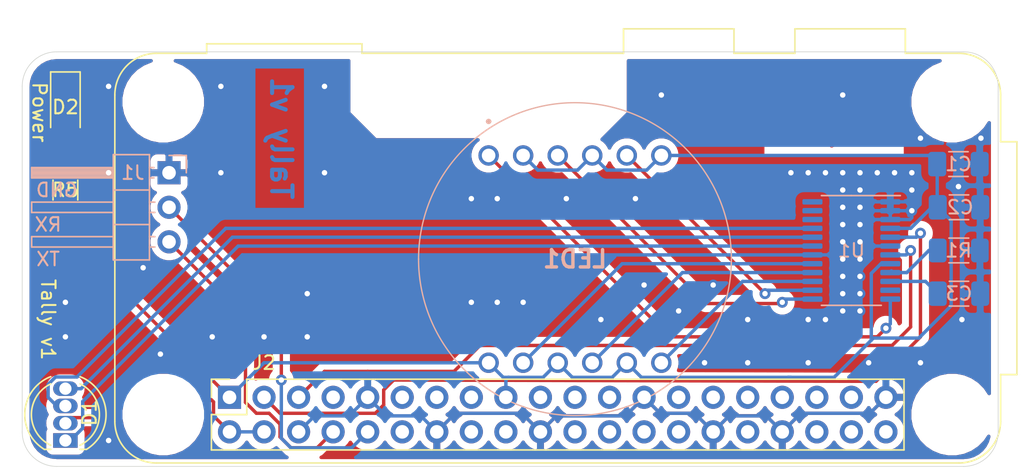
<source format=kicad_pcb>
(kicad_pcb (version 20171130) (host pcbnew 5.1.10)

  (general
    (thickness 1.6)
    (drawings 15)
    (tracks 261)
    (zones 0)
    (modules 11)
    (nets 20)
  )

  (page A4)
  (layers
    (0 F.Cu signal)
    (31 B.Cu signal)
    (32 B.Adhes user)
    (33 F.Adhes user)
    (34 B.Paste user)
    (35 F.Paste user)
    (36 B.SilkS user)
    (37 F.SilkS user)
    (38 B.Mask user)
    (39 F.Mask user)
    (40 Dwgs.User user)
    (41 Cmts.User user)
    (42 Eco1.User user)
    (43 Eco2.User user)
    (44 Edge.Cuts user)
    (45 Margin user)
    (46 B.CrtYd user)
    (47 F.CrtYd user)
    (48 B.Fab user)
    (49 F.Fab user)
  )

  (setup
    (last_trace_width 0.25)
    (user_trace_width 0.5)
    (trace_clearance 0.2)
    (zone_clearance 0.508)
    (zone_45_only yes)
    (trace_min 0.2)
    (via_size 0.8)
    (via_drill 0.4)
    (via_min_size 0.4)
    (via_min_drill 0.3)
    (user_via 1.4 1)
    (uvia_size 0.3)
    (uvia_drill 0.1)
    (uvias_allowed no)
    (uvia_min_size 0.2)
    (uvia_min_drill 0.1)
    (edge_width 0.05)
    (segment_width 0.2)
    (pcb_text_width 0.3)
    (pcb_text_size 1.5 1.5)
    (mod_edge_width 0.12)
    (mod_text_size 1 1)
    (mod_text_width 0.15)
    (pad_size 1.524 1.524)
    (pad_drill 0.762)
    (pad_to_mask_clearance 0)
    (aux_axis_origin 0 0)
    (visible_elements FFFFFF7F)
    (pcbplotparams
      (layerselection 0x010fc_ffffffff)
      (usegerberextensions true)
      (usegerberattributes true)
      (usegerberadvancedattributes true)
      (creategerberjobfile true)
      (excludeedgelayer true)
      (linewidth 0.100000)
      (plotframeref false)
      (viasonmask false)
      (mode 1)
      (useauxorigin false)
      (hpglpennumber 1)
      (hpglpenspeed 20)
      (hpglpendiameter 15.000000)
      (psnegative false)
      (psa4output false)
      (plotreference true)
      (plotvalue true)
      (plotinvisibletext false)
      (padsonsilk false)
      (subtractmaskfromsilk true)
      (outputformat 1)
      (mirror false)
      (drillshape 0)
      (scaleselection 1)
      (outputdirectory "gerber/"))
  )

  (net 0 "")
  (net 1 GND)
  (net 2 +3V3)
  (net 3 +5V)
  (net 4 "Net-(D2-Pad2)")
  (net 5 SCL)
  (net 6 SDA)
  (net 7 /tally_6)
  (net 8 /tally_5)
  (net 9 /tally_4)
  (net 10 /tally_3)
  (net 11 /tally_2)
  (net 12 /tally_1)
  (net 13 /op_red)
  (net 14 /op_green)
  (net 15 /op_blue)
  (net 16 /Vcap)
  (net 17 /Iref)
  (net 18 TX)
  (net 19 RX)

  (net_class Default "This is the default net class."
    (clearance 0.2)
    (trace_width 0.25)
    (via_dia 0.8)
    (via_drill 0.4)
    (uvia_dia 0.3)
    (uvia_drill 0.1)
    (add_net +3V3)
    (add_net +5V)
    (add_net /Iref)
    (add_net /Vcap)
    (add_net /op_blue)
    (add_net /op_green)
    (add_net /op_red)
    (add_net /tally_1)
    (add_net /tally_2)
    (add_net /tally_3)
    (add_net /tally_4)
    (add_net /tally_5)
    (add_net /tally_6)
    (add_net GND)
    (add_net "Net-(D2-Pad2)")
    (add_net RX)
    (add_net SCL)
    (add_net SDA)
    (add_net TX)
  )

  (module pekac-library:DLC6SRD (layer B.Cu) (tedit 60EF97B1) (tstamp 60F066CE)
    (at 85.725 68.58)
    (descr "20mm BIG LAMP_FFW")
    (tags LED)
    (path /60FA8F1A)
    (fp_text reference LED1 (at 6.35 7.62) (layer B.SilkS)
      (effects (font (size 1.27 1.27) (thickness 0.254)) (justify mirror))
    )
    (fp_text value DLC_6SRD (at 6.35 7.62) (layer B.SilkS) hide
      (effects (font (size 1.27 1.27) (thickness 0.254)) (justify mirror))
    )
    (fp_arc (start 0 -2.5) (end 0.1 -2.5) (angle -180) (layer B.SilkS) (width 0.2))
    (fp_arc (start 0 -2.5) (end -0.1 -2.5) (angle -180) (layer B.SilkS) (width 0.2))
    (fp_arc (start 6.35 7.62) (end 17.85 7.62) (angle -180) (layer B.SilkS) (width 0.1))
    (fp_arc (start 6.35 7.62) (end -5.15 7.62) (angle -180) (layer B.SilkS) (width 0.1))
    (fp_arc (start 6.35 7.62) (end 17.85 7.62) (angle -180) (layer B.Fab) (width 0.2))
    (fp_arc (start 6.35 7.62) (end -5.15 7.62) (angle -180) (layer B.Fab) (width 0.2))
    (fp_text user %R (at 6.35 7.62) (layer B.Fab)
      (effects (font (size 1.27 1.27) (thickness 0.254)) (justify mirror))
    )
    (fp_line (start -6.15 20.12) (end 18.85 20.12) (layer B.CrtYd) (width 0.1))
    (fp_line (start 18.85 20.12) (end 18.85 -4.88) (layer B.CrtYd) (width 0.1))
    (fp_line (start 18.85 -4.88) (end -6.15 -4.88) (layer B.CrtYd) (width 0.1))
    (fp_line (start -6.15 -4.88) (end -6.15 20.12) (layer B.CrtYd) (width 0.1))
    (fp_line (start -5.15 7.62) (end -5.15 7.62) (layer B.Fab) (width 0.2))
    (fp_line (start 17.85 7.62) (end 17.85 7.62) (layer B.Fab) (width 0.2))
    (fp_line (start -5.15 7.62) (end -5.15 7.62) (layer B.SilkS) (width 0.1))
    (fp_line (start 17.85 7.62) (end 17.85 7.62) (layer B.SilkS) (width 0.1))
    (fp_line (start -0.1 -2.5) (end -0.1 -2.5) (layer B.SilkS) (width 0.2))
    (fp_line (start 0.1 -2.5) (end 0.1 -2.5) (layer B.SilkS) (width 0.2))
    (pad 12 thru_hole circle (at 0 15.24) (size 1.5 1.5) (drill 1) (layers *.Cu *.Mask)
      (net 2 +3V3))
    (pad 11 thru_hole circle (at 2.54 15.24) (size 1.5 1.5) (drill 1) (layers *.Cu *.Mask)
      (net 7 /tally_6))
    (pad 10 thru_hole circle (at 5.08 15.24) (size 1.5 1.5) (drill 1) (layers *.Cu *.Mask)
      (net 2 +3V3))
    (pad 9 thru_hole circle (at 7.62 15.24) (size 1.5 1.5) (drill 1) (layers *.Cu *.Mask)
      (net 8 /tally_5))
    (pad 8 thru_hole circle (at 10.16 15.24) (size 1.5 1.5) (drill 1) (layers *.Cu *.Mask)
      (net 2 +3V3))
    (pad 7 thru_hole circle (at 12.7 15.24) (size 1.5 1.5) (drill 1) (layers *.Cu *.Mask)
      (net 9 /tally_4))
    (pad 6 thru_hole circle (at 12.7 0) (size 1.5 1.5) (drill 1) (layers *.Cu *.Mask)
      (net 2 +3V3))
    (pad 5 thru_hole circle (at 10.16 0) (size 1.5 1.5) (drill 1) (layers *.Cu *.Mask)
      (net 10 /tally_3))
    (pad 4 thru_hole circle (at 7.62 0) (size 1.5 1.5) (drill 1) (layers *.Cu *.Mask)
      (net 2 +3V3))
    (pad 3 thru_hole circle (at 5.08 0) (size 1.5 1.5) (drill 1) (layers *.Cu *.Mask)
      (net 11 /tally_2))
    (pad 2 thru_hole circle (at 2.54 0) (size 1.5 1.5) (drill 1) (layers *.Cu *.Mask)
      (net 2 +3V3))
    (pad 1 thru_hole circle (at 0 0) (size 1.5 1.5) (drill 1) (layers *.Cu *.Mask)
      (net 12 /tally_1))
    (model :pekac:DLA-6.STEP
      (offset (xyz 6.5 7.5 5))
      (scale (xyz 1 1 1))
      (rotate (xyz -90 0 0))
    )
  )

  (module LED_SMD:LED_1206_3216Metric_Castellated (layer F.Cu) (tedit 5F68FEF1) (tstamp 60F4058D)
    (at 54.61 64.925 270)
    (descr "LED SMD 1206 (3216 Metric), castellated end terminal, IPC_7351 nominal, (Body size source: http://www.tortai-tech.com/upload/download/2011102023233369053.pdf), generated with kicad-footprint-generator")
    (tags "LED castellated")
    (path /60F13E13)
    (attr smd)
    (fp_text reference D2 (at 0.099 0 180) (layer F.SilkS)
      (effects (font (size 1 1) (thickness 0.15)))
    )
    (fp_text value LED (at 0 1.78 90) (layer F.Fab)
      (effects (font (size 1 1) (thickness 0.15)))
    )
    (fp_line (start 1.6 -0.8) (end -1.2 -0.8) (layer F.Fab) (width 0.1))
    (fp_line (start -1.2 -0.8) (end -1.6 -0.4) (layer F.Fab) (width 0.1))
    (fp_line (start -1.6 -0.4) (end -1.6 0.8) (layer F.Fab) (width 0.1))
    (fp_line (start -1.6 0.8) (end 1.6 0.8) (layer F.Fab) (width 0.1))
    (fp_line (start 1.6 0.8) (end 1.6 -0.8) (layer F.Fab) (width 0.1))
    (fp_line (start 1.6 -1.085) (end -2.485 -1.085) (layer F.SilkS) (width 0.12))
    (fp_line (start -2.485 -1.085) (end -2.485 1.085) (layer F.SilkS) (width 0.12))
    (fp_line (start -2.485 1.085) (end 1.6 1.085) (layer F.SilkS) (width 0.12))
    (fp_line (start -2.48 1.08) (end -2.48 -1.08) (layer F.CrtYd) (width 0.05))
    (fp_line (start -2.48 -1.08) (end 2.48 -1.08) (layer F.CrtYd) (width 0.05))
    (fp_line (start 2.48 -1.08) (end 2.48 1.08) (layer F.CrtYd) (width 0.05))
    (fp_line (start 2.48 1.08) (end -2.48 1.08) (layer F.CrtYd) (width 0.05))
    (fp_text user %R (at 0 0 90) (layer F.Fab)
      (effects (font (size 0.8 0.8) (thickness 0.12)))
    )
    (pad 2 smd roundrect (at 1.425 0 270) (size 1.6 1.65) (layers F.Cu F.Paste F.Mask) (roundrect_rratio 0.15625)
      (net 4 "Net-(D2-Pad2)"))
    (pad 1 smd roundrect (at -1.425 0 270) (size 1.6 1.65) (layers F.Cu F.Paste F.Mask) (roundrect_rratio 0.15625)
      (net 1 GND))
    (model ${KISYS3DMOD}/LED_SMD.3dshapes/LED_1206_3216Metric_Castellated.wrl
      (at (xyz 0 0 0))
      (scale (xyz 1 1 1))
      (rotate (xyz 0 0 0))
    )
  )

  (module Capacitor_SMD:C_1206_3216Metric_Pad1.33x1.80mm_HandSolder (layer B.Cu) (tedit 5F68FEEF) (tstamp 60F479FD)
    (at 120.269 69.215)
    (descr "Capacitor SMD 1206 (3216 Metric), square (rectangular) end terminal, IPC_7351 nominal with elongated pad for handsoldering. (Body size source: IPC-SM-782 page 76, https://www.pcb-3d.com/wordpress/wp-content/uploads/ipc-sm-782a_amendment_1_and_2.pdf), generated with kicad-footprint-generator")
    (tags "capacitor handsolder")
    (path /610AD1B3)
    (attr smd)
    (fp_text reference C1 (at 0 0 180) (layer B.SilkS)
      (effects (font (size 1 1) (thickness 0.15)) (justify mirror))
    )
    (fp_text value 100nF (at 0 -1.85) (layer B.Fab)
      (effects (font (size 1 1) (thickness 0.15)) (justify mirror))
    )
    (fp_line (start -1.6 -0.8) (end -1.6 0.8) (layer B.Fab) (width 0.1))
    (fp_line (start -1.6 0.8) (end 1.6 0.8) (layer B.Fab) (width 0.1))
    (fp_line (start 1.6 0.8) (end 1.6 -0.8) (layer B.Fab) (width 0.1))
    (fp_line (start 1.6 -0.8) (end -1.6 -0.8) (layer B.Fab) (width 0.1))
    (fp_line (start -0.711252 0.91) (end 0.711252 0.91) (layer B.SilkS) (width 0.12))
    (fp_line (start -0.711252 -0.91) (end 0.711252 -0.91) (layer B.SilkS) (width 0.12))
    (fp_line (start -2.48 -1.15) (end -2.48 1.15) (layer B.CrtYd) (width 0.05))
    (fp_line (start -2.48 1.15) (end 2.48 1.15) (layer B.CrtYd) (width 0.05))
    (fp_line (start 2.48 1.15) (end 2.48 -1.15) (layer B.CrtYd) (width 0.05))
    (fp_line (start 2.48 -1.15) (end -2.48 -1.15) (layer B.CrtYd) (width 0.05))
    (fp_text user %R (at 0 0) (layer B.Fab)
      (effects (font (size 0.8 0.8) (thickness 0.12)) (justify mirror))
    )
    (pad 2 smd roundrect (at 1.5625 0) (size 1.325 1.8) (layers B.Cu B.Paste B.Mask) (roundrect_rratio 0.1886769811320755)
      (net 1 GND))
    (pad 1 smd roundrect (at -1.5625 0) (size 1.325 1.8) (layers B.Cu B.Paste B.Mask) (roundrect_rratio 0.1886769811320755)
      (net 2 +3V3))
    (model ${KISYS3DMOD}/Capacitor_SMD.3dshapes/C_1206_3216Metric.wrl
      (at (xyz 0 0 0))
      (scale (xyz 1 1 1))
      (rotate (xyz 0 0 0))
    )
  )

  (module Capacitor_SMD:C_1206_3216Metric_Pad1.33x1.80mm_HandSolder (layer B.Cu) (tedit 5F68FEEF) (tstamp 60F474B0)
    (at 120.3075 78.74 180)
    (descr "Capacitor SMD 1206 (3216 Metric), square (rectangular) end terminal, IPC_7351 nominal with elongated pad for handsoldering. (Body size source: IPC-SM-782 page 76, https://www.pcb-3d.com/wordpress/wp-content/uploads/ipc-sm-782a_amendment_1_and_2.pdf), generated with kicad-footprint-generator")
    (tags "capacitor handsolder")
    (path /60FA3D45)
    (attr smd)
    (fp_text reference C3 (at 0 0) (layer B.SilkS)
      (effects (font (size 1 1) (thickness 0.15)) (justify mirror))
    )
    (fp_text value 1uF (at 0 -1.85) (layer B.Fab)
      (effects (font (size 1 1) (thickness 0.15)) (justify mirror))
    )
    (fp_line (start -1.6 -0.8) (end -1.6 0.8) (layer B.Fab) (width 0.1))
    (fp_line (start -1.6 0.8) (end 1.6 0.8) (layer B.Fab) (width 0.1))
    (fp_line (start 1.6 0.8) (end 1.6 -0.8) (layer B.Fab) (width 0.1))
    (fp_line (start 1.6 -0.8) (end -1.6 -0.8) (layer B.Fab) (width 0.1))
    (fp_line (start -0.711252 0.91) (end 0.711252 0.91) (layer B.SilkS) (width 0.12))
    (fp_line (start -0.711252 -0.91) (end 0.711252 -0.91) (layer B.SilkS) (width 0.12))
    (fp_line (start -2.48 -1.15) (end -2.48 1.15) (layer B.CrtYd) (width 0.05))
    (fp_line (start -2.48 1.15) (end 2.48 1.15) (layer B.CrtYd) (width 0.05))
    (fp_line (start 2.48 1.15) (end 2.48 -1.15) (layer B.CrtYd) (width 0.05))
    (fp_line (start 2.48 -1.15) (end -2.48 -1.15) (layer B.CrtYd) (width 0.05))
    (fp_text user %R (at 0 0) (layer B.Fab)
      (effects (font (size 0.8 0.8) (thickness 0.12)) (justify mirror))
    )
    (pad 2 smd roundrect (at 1.5625 0 180) (size 1.325 1.8) (layers B.Cu B.Paste B.Mask) (roundrect_rratio 0.1886769811320755)
      (net 16 /Vcap))
    (pad 1 smd roundrect (at -1.5625 0 180) (size 1.325 1.8) (layers B.Cu B.Paste B.Mask) (roundrect_rratio 0.1886769811320755)
      (net 1 GND))
    (model ${KISYS3DMOD}/Capacitor_SMD.3dshapes/C_1206_3216Metric.wrl
      (at (xyz 0 0 0))
      (scale (xyz 1 1 1))
      (rotate (xyz 0 0 0))
    )
  )

  (module pekac-library:Raspberry_Pi_Zero_Socketed_THT_FaceDown_MountingHolesExclusion_uSDcard locked (layer F.Cu) (tedit 60F34EA8) (tstamp 60F06131)
    (at 66.675 86.36 90)
    (descr "Raspberry Pi Zero using through hole straight pin socket, 2x20, 2.54mm pitch, https://www.raspberrypi.org/documentation/hardware/raspberrypi/mechanical/rpi_MECH_Zero_1p2.pdf")
    (tags "raspberry pi zero through hole")
    (path /60F98067)
    (fp_text reference J2 (at 2.54 2.54) (layer F.SilkS)
      (effects (font (size 1 1) (thickness 0.15)))
    )
    (fp_text value Raspberry_Pi_2_3 (at 10.23 24.13 180) (layer F.Fab)
      (effects (font (size 1 1) (thickness 0.15)))
    )
    (fp_line (start 27.03 41.63) (end 25.23 41.63) (layer F.Fab) (width 0.1))
    (fp_line (start 27.03 49.63) (end 27.03 41.63) (layer F.Fab) (width 0.1))
    (fp_line (start 25.23 49.63) (end 27.03 49.63) (layer F.Fab) (width 0.1))
    (fp_line (start 25.23 -1.62) (end 25.23 -5.37) (layer F.Fab) (width 0.1))
    (fp_line (start 25.93 9.68) (end 25.93 -1.62) (layer F.Fab) (width 0.1))
    (fp_line (start 25.23 9.68) (end 25.93 9.68) (layer F.Fab) (width 0.1))
    (fp_line (start 25.23 -1.62) (end 25.93 -1.62) (layer F.Fab) (width 0.1))
    (fp_line (start 19.23 56.88) (end 25.48 56.88) (layer F.CrtYd) (width 0.05))
    (fp_line (start -5.02 56.88) (end 1.23 56.88) (layer F.CrtYd) (width 0.05))
    (fp_line (start 25.48 50.13) (end 25.48 56.88) (layer F.CrtYd) (width 0.05))
    (fp_line (start 25.48 37.53) (end 25.48 41.13) (layer F.CrtYd) (width 0.05))
    (fp_line (start 25.48 -2.12) (end 25.48 -8.62) (layer F.CrtYd) (width 0.05))
    (fp_line (start -5.02 -8.62) (end 25.48 -8.62) (layer F.CrtYd) (width 0.05))
    (fp_line (start 25.48 28.53) (end 25.48 10.18) (layer F.CrtYd) (width 0.05))
    (fp_line (start -5.02 56.88) (end -5.02 -8.62) (layer F.CrtYd) (width 0.05))
    (fp_line (start 19.23 58.33) (end 1.23 58.33) (layer F.CrtYd) (width 0.05))
    (fp_line (start 19.23 58.33) (end 19.23 56.88) (layer F.CrtYd) (width 0.05))
    (fp_line (start 1.23 58.33) (end 1.23 56.88) (layer F.CrtYd) (width 0.05))
    (fp_line (start 26.43 -2.12) (end 26.43 10.18) (layer F.CrtYd) (width 0.05))
    (fp_line (start 26.43 -2.12) (end 25.48 -2.12) (layer F.CrtYd) (width 0.05))
    (fp_line (start 26.43 10.18) (end 25.48 10.18) (layer F.CrtYd) (width 0.05))
    (fp_line (start 27.53 28.53) (end 25.48 28.53) (layer F.CrtYd) (width 0.05))
    (fp_line (start 27.53 37.53) (end 27.53 28.53) (layer F.CrtYd) (width 0.05))
    (fp_line (start 27.53 37.53) (end 25.48 37.53) (layer F.CrtYd) (width 0.05))
    (fp_line (start 27.53 50.13) (end 27.53 41.13) (layer F.CrtYd) (width 0.05))
    (fp_line (start 27.53 41.13) (end 25.48 41.13) (layer F.CrtYd) (width 0.05))
    (fp_line (start 27.53 50.13) (end 25.48 50.13) (layer F.CrtYd) (width 0.05))
    (fp_line (start -4.83 53.63) (end -4.83 -5.37) (layer F.SilkS) (width 0.12))
    (fp_line (start -1.77 -8.43) (end 22.23 -8.43) (layer F.SilkS) (width 0.12))
    (fp_line (start 25.29 53.63) (end 25.29 49.69) (layer F.SilkS) (width 0.12))
    (fp_line (start 18.79 56.69) (end 22.23 56.69) (layer F.SilkS) (width 0.12))
    (fp_line (start 1.27 -0.27) (end 1.27 49.53) (layer F.Fab) (width 0.1))
    (fp_line (start -3.81 -1.27) (end 0.27 -1.27) (layer F.Fab) (width 0.1))
    (fp_line (start 0.27 -1.27) (end 1.27 -0.27) (layer F.Fab) (width 0.1))
    (fp_line (start -3.87 49.59) (end 1.33 49.59) (layer F.SilkS) (width 0.12))
    (fp_line (start 1.33 1.27) (end 1.33 49.59) (layer F.SilkS) (width 0.12))
    (fp_line (start 1.33 -1.33) (end 1.33 0) (layer F.SilkS) (width 0.12))
    (fp_line (start 0 -1.33) (end 1.33 -1.33) (layer F.SilkS) (width 0.12))
    (fp_line (start -1.27 1.27) (end 1.33 1.27) (layer F.SilkS) (width 0.12))
    (fp_line (start -1.27 -1.33) (end -1.27 1.27) (layer F.SilkS) (width 0.12))
    (fp_line (start 1.76 50) (end -4.34 50) (layer F.CrtYd) (width 0.05))
    (fp_line (start -4.34 50) (end -4.34 -1.8) (layer F.CrtYd) (width 0.05))
    (fp_line (start -4.34 -1.8) (end 1.76 -1.8) (layer F.CrtYd) (width 0.05))
    (fp_line (start 1.76 -1.8) (end 1.76 50) (layer F.CrtYd) (width 0.05))
    (fp_line (start -3.87 -1.33) (end -1.27 -1.33) (layer F.SilkS) (width 0.12))
    (fp_line (start -3.87 -1.33) (end -3.87 49.59) (layer F.SilkS) (width 0.12))
    (fp_line (start 1.27 49.53) (end -3.81 49.53) (layer F.Fab) (width 0.1))
    (fp_line (start -3.81 49.53) (end -3.81 -1.27) (layer F.Fab) (width 0.1))
    (fp_line (start -1.77 56.63) (end 1.73 56.63) (layer F.Fab) (width 0.1))
    (fp_line (start -1.77 -8.37) (end 22.23 -8.37) (layer F.Fab) (width 0.1))
    (fp_line (start -4.77 53.63) (end -4.77 -5.37) (layer F.Fab) (width 0.1))
    (fp_line (start 27.03 29.03) (end 25.23 29.03) (layer F.Fab) (width 0.1))
    (fp_line (start 25.23 37.03) (end 27.03 37.03) (layer F.Fab) (width 0.1))
    (fp_line (start 27.03 37.03) (end 27.03 29.03) (layer F.Fab) (width 0.1))
    (fp_line (start 25.23 49.63) (end 25.23 53.63) (layer F.Fab) (width 0.1))
    (fp_line (start 25.23 41.63) (end 25.23 37.03) (layer F.Fab) (width 0.1))
    (fp_line (start 25.23 29.03) (end 25.23 9.68) (layer F.Fab) (width 0.1))
    (fp_line (start 1.73 56.63) (end 1.73 57.83) (layer F.Fab) (width 0.1))
    (fp_line (start 1.73 57.83) (end 18.73 57.83) (layer F.Fab) (width 0.1))
    (fp_line (start 18.73 56.63) (end 18.73 57.83) (layer F.Fab) (width 0.1))
    (fp_line (start 22.23 56.63) (end 18.73 56.63) (layer F.Fab) (width 0.1))
    (fp_line (start 1.67 56.69) (end 1.67 57.89) (layer F.SilkS) (width 0.12))
    (fp_line (start 1.67 57.89) (end 18.79 57.89) (layer F.SilkS) (width 0.12))
    (fp_line (start 18.79 57.89) (end 18.79 56.69) (layer F.SilkS) (width 0.12))
    (fp_line (start 1.67 56.69) (end -1.77 56.69) (layer F.SilkS) (width 0.12))
    (fp_line (start 25.29 49.69) (end 27.09 49.69) (layer F.SilkS) (width 0.12))
    (fp_line (start 27.09 49.69) (end 27.09 41.57) (layer F.SilkS) (width 0.12))
    (fp_line (start 27.09 41.57) (end 25.29 41.57) (layer F.SilkS) (width 0.12))
    (fp_line (start 25.29 37.09) (end 27.09 37.09) (layer F.SilkS) (width 0.12))
    (fp_line (start 27.09 28.97) (end 25.29 28.97) (layer F.SilkS) (width 0.12))
    (fp_line (start 27.09 37.09) (end 27.09 28.97) (layer F.SilkS) (width 0.12))
    (fp_line (start 25.29 41.57) (end 25.29 37.09) (layer F.SilkS) (width 0.12))
    (fp_line (start 25.29 28.97) (end 25.29 9.74) (layer F.SilkS) (width 0.12))
    (fp_line (start 25.29 9.74) (end 25.99 9.74) (layer F.SilkS) (width 0.12))
    (fp_line (start 25.99 9.74) (end 25.99 -1.68) (layer F.SilkS) (width 0.12))
    (fp_line (start 25.99 -1.68) (end 25.29 -1.68) (layer F.SilkS) (width 0.12))
    (fp_line (start 25.29 -1.68) (end 25.29 -5.37) (layer F.SilkS) (width 0.12))
    (fp_text user %R (at -1.27 24.13) (layer F.Fab)
      (effects (font (size 1 1) (thickness 0.15)))
    )
    (fp_arc (start -1.77 53.63) (end -1.77 56.63) (angle 90) (layer F.Fab) (width 0.1))
    (fp_arc (start -1.77 -5.37) (end -4.77 -5.37) (angle 90) (layer F.Fab) (width 0.1))
    (fp_arc (start 22.23 -5.37) (end 22.23 -8.37) (angle 90) (layer F.Fab) (width 0.1))
    (fp_arc (start 22.23 53.63) (end 25.29 53.63) (angle 90) (layer F.SilkS) (width 0.12))
    (fp_arc (start -1.77 53.63) (end -1.77 56.69) (angle 90) (layer F.SilkS) (width 0.12))
    (fp_arc (start -1.77 -5.37) (end -4.83 -5.37) (angle 90) (layer F.SilkS) (width 0.12))
    (fp_arc (start 22.23 53.63) (end 25.23 53.63) (angle 90) (layer F.Fab) (width 0.1))
    (fp_arc (start 22.23 -5.37) (end 22.23 -8.43) (angle 90) (layer F.SilkS) (width 0.12))
    (pad "" np_thru_hole circle (at -1.27 53.13 180) (size 2.75 2.75) (drill 2.75) (layers *.Cu *.Mask)
      (solder_mask_margin 1.62) (clearance 1.625))
    (pad "" np_thru_hole circle (at 21.73 -4.87 180) (size 2.75 2.75) (drill 2.75) (layers *.Cu *.Mask)
      (solder_mask_margin 1.62) (clearance 1.625))
    (pad "" np_thru_hole circle (at 21.73 53.13 180) (size 2.75 2.75) (drill 2.75) (layers *.Cu *.Mask)
      (solder_mask_margin 1.62) (clearance 1.625))
    (pad "" np_thru_hole circle (at -1.27 -4.87 180) (size 2.75 2.75) (drill 2.75) (layers *.Cu *.Mask)
      (solder_mask_margin 1.6) (clearance 1.625))
    (pad 40 thru_hole oval (at -2.54 48.26 90) (size 1.7 1.7) (drill 1) (layers *.Cu *.Mask))
    (pad 39 thru_hole oval (at 0 48.26 90) (size 1.7 1.7) (drill 1) (layers *.Cu *.Mask)
      (net 1 GND))
    (pad 26 thru_hole oval (at -2.54 30.48 90) (size 1.7 1.7) (drill 1) (layers *.Cu *.Mask))
    (pad 25 thru_hole oval (at 0 30.48 90) (size 1.7 1.7) (drill 1) (layers *.Cu *.Mask)
      (net 1 GND))
    (pad 22 thru_hole oval (at -2.54 25.4 90) (size 1.7 1.7) (drill 1) (layers *.Cu *.Mask))
    (pad 21 thru_hole oval (at 0 25.4 90) (size 1.7 1.7) (drill 1) (layers *.Cu *.Mask))
    (pad 30 thru_hole oval (at -2.54 35.56 90) (size 1.7 1.7) (drill 1) (layers *.Cu *.Mask)
      (net 1 GND))
    (pad 29 thru_hole oval (at 0 35.56 90) (size 1.7 1.7) (drill 1) (layers *.Cu *.Mask))
    (pad 8 thru_hole oval (at -2.54 7.62 90) (size 1.7 1.7) (drill 1) (layers *.Cu *.Mask)
      (net 18 TX))
    (pad 7 thru_hole oval (at 0 7.62 90) (size 1.7 1.7) (drill 1) (layers *.Cu *.Mask))
    (pad 32 thru_hole oval (at -2.54 38.1 90) (size 1.7 1.7) (drill 1) (layers *.Cu *.Mask))
    (pad 31 thru_hole oval (at 0 38.1 90) (size 1.7 1.7) (drill 1) (layers *.Cu *.Mask))
    (pad 18 thru_hole oval (at -2.54 20.32 90) (size 1.7 1.7) (drill 1) (layers *.Cu *.Mask))
    (pad 17 thru_hole oval (at 0 20.32 90) (size 1.7 1.7) (drill 1) (layers *.Cu *.Mask)
      (net 2 +3V3))
    (pad 36 thru_hole oval (at -2.54 43.18 90) (size 1.7 1.7) (drill 1) (layers *.Cu *.Mask))
    (pad 35 thru_hole oval (at 0 43.18 90) (size 1.7 1.7) (drill 1) (layers *.Cu *.Mask))
    (pad 34 thru_hole oval (at -2.54 40.64 90) (size 1.7 1.7) (drill 1) (layers *.Cu *.Mask)
      (net 1 GND))
    (pad 33 thru_hole oval (at 0 40.64 90) (size 1.7 1.7) (drill 1) (layers *.Cu *.Mask))
    (pad 38 thru_hole oval (at -2.54 45.72 90) (size 1.7 1.7) (drill 1) (layers *.Cu *.Mask))
    (pad 37 thru_hole oval (at 0 45.72 90) (size 1.7 1.7) (drill 1) (layers *.Cu *.Mask))
    (pad 20 thru_hole oval (at -2.54 22.86 90) (size 1.7 1.7) (drill 1) (layers *.Cu *.Mask)
      (net 1 GND))
    (pad 19 thru_hole oval (at 0 22.86 90) (size 1.7 1.7) (drill 1) (layers *.Cu *.Mask))
    (pad 10 thru_hole oval (at -2.54 10.16 90) (size 1.7 1.7) (drill 1) (layers *.Cu *.Mask)
      (net 19 RX))
    (pad 9 thru_hole oval (at 0 10.16 90) (size 1.7 1.7) (drill 1) (layers *.Cu *.Mask)
      (net 1 GND))
    (pad 14 thru_hole oval (at -2.54 15.24 90) (size 1.7 1.7) (drill 1) (layers *.Cu *.Mask)
      (net 1 GND))
    (pad 13 thru_hole oval (at 0 15.24 90) (size 1.7 1.7) (drill 1) (layers *.Cu *.Mask))
    (pad 28 thru_hole oval (at -2.54 33.02 90) (size 1.7 1.7) (drill 1) (layers *.Cu *.Mask))
    (pad 27 thru_hole oval (at 0 33.02 90) (size 1.7 1.7) (drill 1) (layers *.Cu *.Mask))
    (pad 12 thru_hole oval (at -2.54 12.7 90) (size 1.7 1.7) (drill 1) (layers *.Cu *.Mask))
    (pad 11 thru_hole oval (at 0 12.7 90) (size 1.7 1.7) (drill 1) (layers *.Cu *.Mask))
    (pad 24 thru_hole oval (at -2.54 27.94 90) (size 1.7 1.7) (drill 1) (layers *.Cu *.Mask))
    (pad 23 thru_hole oval (at 0 27.94 90) (size 1.7 1.7) (drill 1) (layers *.Cu *.Mask))
    (pad 1 thru_hole rect (at 0 0 90) (size 1.7 1.7) (drill 1) (layers *.Cu *.Mask)
      (net 2 +3V3))
    (pad 2 thru_hole oval (at -2.54 0 90) (size 1.7 1.7) (drill 1) (layers *.Cu *.Mask)
      (net 3 +5V))
    (pad 5 thru_hole oval (at 0 5.08 90) (size 1.7 1.7) (drill 1) (layers *.Cu *.Mask)
      (net 5 SCL))
    (pad 4 thru_hole oval (at -2.54 2.54 90) (size 1.7 1.7) (drill 1) (layers *.Cu *.Mask)
      (net 3 +5V))
    (pad 16 thru_hole oval (at -2.54 17.78 90) (size 1.7 1.7) (drill 1) (layers *.Cu *.Mask))
    (pad 15 thru_hole oval (at 0 17.78 90) (size 1.7 1.7) (drill 1) (layers *.Cu *.Mask))
    (pad 3 thru_hole oval (at 0 2.54 90) (size 1.7 1.7) (drill 1) (layers *.Cu *.Mask)
      (net 6 SDA))
    (pad 6 thru_hole oval (at -2.54 5.08 90) (size 1.7 1.7) (drill 1) (layers *.Cu *.Mask)
      (net 1 GND))
    (model ${KISYS3DMOD}/Module.3dshapes/Raspberry_Pi_Zero_Socketed_THT_FaceDown_MountingHoles.wrl
      (at (xyz 0 0 0))
      (scale (xyz 1 1 1))
      (rotate (xyz 0 0 0))
    )
    (model :pekac:RaspberryPiZeroW.STEP
      (offset (xyz 10.25 -24.25 7))
      (scale (xyz 1 1 1))
      (rotate (xyz 90 0 90))
    )
    (model :pekac:MicroSD.stp
      (offset (xyz 8.5 3 5))
      (scale (xyz 1 1 1))
      (rotate (xyz 90 0 90))
    )
  )

  (module Connector_PinHeader_2.54mm:PinHeader_1x03_P2.54mm_Horizontal (layer B.Cu) (tedit 59FED5CB) (tstamp 60F060AB)
    (at 62.23 69.85 180)
    (descr "Through hole angled pin header, 1x03, 2.54mm pitch, 6mm pin length, single row")
    (tags "Through hole angled pin header THT 1x03 2.54mm single row")
    (path /60F9CA49)
    (fp_text reference J1 (at 2.667 0) (layer B.SilkS)
      (effects (font (size 1 1) (thickness 0.15)) (justify mirror))
    )
    (fp_text value Console (at 6.985 2.54) (layer B.Fab)
      (effects (font (size 1 1) (thickness 0.15)) (justify mirror))
    )
    (fp_line (start 2.135 1.27) (end 4.04 1.27) (layer B.Fab) (width 0.1))
    (fp_line (start 4.04 1.27) (end 4.04 -6.35) (layer B.Fab) (width 0.1))
    (fp_line (start 4.04 -6.35) (end 1.5 -6.35) (layer B.Fab) (width 0.1))
    (fp_line (start 1.5 -6.35) (end 1.5 0.635) (layer B.Fab) (width 0.1))
    (fp_line (start 1.5 0.635) (end 2.135 1.27) (layer B.Fab) (width 0.1))
    (fp_line (start -0.32 0.32) (end 1.5 0.32) (layer B.Fab) (width 0.1))
    (fp_line (start -0.32 0.32) (end -0.32 -0.32) (layer B.Fab) (width 0.1))
    (fp_line (start -0.32 -0.32) (end 1.5 -0.32) (layer B.Fab) (width 0.1))
    (fp_line (start 4.04 0.32) (end 10.04 0.32) (layer B.Fab) (width 0.1))
    (fp_line (start 10.04 0.32) (end 10.04 -0.32) (layer B.Fab) (width 0.1))
    (fp_line (start 4.04 -0.32) (end 10.04 -0.32) (layer B.Fab) (width 0.1))
    (fp_line (start -0.32 -2.22) (end 1.5 -2.22) (layer B.Fab) (width 0.1))
    (fp_line (start -0.32 -2.22) (end -0.32 -2.86) (layer B.Fab) (width 0.1))
    (fp_line (start -0.32 -2.86) (end 1.5 -2.86) (layer B.Fab) (width 0.1))
    (fp_line (start 4.04 -2.22) (end 10.04 -2.22) (layer B.Fab) (width 0.1))
    (fp_line (start 10.04 -2.22) (end 10.04 -2.86) (layer B.Fab) (width 0.1))
    (fp_line (start 4.04 -2.86) (end 10.04 -2.86) (layer B.Fab) (width 0.1))
    (fp_line (start -0.32 -4.76) (end 1.5 -4.76) (layer B.Fab) (width 0.1))
    (fp_line (start -0.32 -4.76) (end -0.32 -5.4) (layer B.Fab) (width 0.1))
    (fp_line (start -0.32 -5.4) (end 1.5 -5.4) (layer B.Fab) (width 0.1))
    (fp_line (start 4.04 -4.76) (end 10.04 -4.76) (layer B.Fab) (width 0.1))
    (fp_line (start 10.04 -4.76) (end 10.04 -5.4) (layer B.Fab) (width 0.1))
    (fp_line (start 4.04 -5.4) (end 10.04 -5.4) (layer B.Fab) (width 0.1))
    (fp_line (start 1.44 1.33) (end 1.44 -6.41) (layer B.SilkS) (width 0.12))
    (fp_line (start 1.44 -6.41) (end 4.1 -6.41) (layer B.SilkS) (width 0.12))
    (fp_line (start 4.1 -6.41) (end 4.1 1.33) (layer B.SilkS) (width 0.12))
    (fp_line (start 4.1 1.33) (end 1.44 1.33) (layer B.SilkS) (width 0.12))
    (fp_line (start 4.1 0.38) (end 10.1 0.38) (layer B.SilkS) (width 0.12))
    (fp_line (start 10.1 0.38) (end 10.1 -0.38) (layer B.SilkS) (width 0.12))
    (fp_line (start 10.1 -0.38) (end 4.1 -0.38) (layer B.SilkS) (width 0.12))
    (fp_line (start 4.1 0.32) (end 10.1 0.32) (layer B.SilkS) (width 0.12))
    (fp_line (start 4.1 0.2) (end 10.1 0.2) (layer B.SilkS) (width 0.12))
    (fp_line (start 4.1 0.08) (end 10.1 0.08) (layer B.SilkS) (width 0.12))
    (fp_line (start 4.1 -0.04) (end 10.1 -0.04) (layer B.SilkS) (width 0.12))
    (fp_line (start 4.1 -0.16) (end 10.1 -0.16) (layer B.SilkS) (width 0.12))
    (fp_line (start 4.1 -0.28) (end 10.1 -0.28) (layer B.SilkS) (width 0.12))
    (fp_line (start 1.11 0.38) (end 1.44 0.38) (layer B.SilkS) (width 0.12))
    (fp_line (start 1.11 -0.38) (end 1.44 -0.38) (layer B.SilkS) (width 0.12))
    (fp_line (start 1.44 -1.27) (end 4.1 -1.27) (layer B.SilkS) (width 0.12))
    (fp_line (start 4.1 -2.16) (end 10.1 -2.16) (layer B.SilkS) (width 0.12))
    (fp_line (start 10.1 -2.16) (end 10.1 -2.92) (layer B.SilkS) (width 0.12))
    (fp_line (start 10.1 -2.92) (end 4.1 -2.92) (layer B.SilkS) (width 0.12))
    (fp_line (start 1.042929 -2.16) (end 1.44 -2.16) (layer B.SilkS) (width 0.12))
    (fp_line (start 1.042929 -2.92) (end 1.44 -2.92) (layer B.SilkS) (width 0.12))
    (fp_line (start 1.44 -3.81) (end 4.1 -3.81) (layer B.SilkS) (width 0.12))
    (fp_line (start 4.1 -4.7) (end 10.1 -4.7) (layer B.SilkS) (width 0.12))
    (fp_line (start 10.1 -4.7) (end 10.1 -5.46) (layer B.SilkS) (width 0.12))
    (fp_line (start 10.1 -5.46) (end 4.1 -5.46) (layer B.SilkS) (width 0.12))
    (fp_line (start 1.042929 -4.7) (end 1.44 -4.7) (layer B.SilkS) (width 0.12))
    (fp_line (start 1.042929 -5.46) (end 1.44 -5.46) (layer B.SilkS) (width 0.12))
    (fp_line (start -1.27 0) (end -1.27 1.27) (layer B.SilkS) (width 0.12))
    (fp_line (start -1.27 1.27) (end 0 1.27) (layer B.SilkS) (width 0.12))
    (fp_line (start -1.8 1.8) (end -1.8 -6.85) (layer B.CrtYd) (width 0.05))
    (fp_line (start -1.8 -6.85) (end 10.55 -6.85) (layer B.CrtYd) (width 0.05))
    (fp_line (start 10.55 -6.85) (end 10.55 1.8) (layer B.CrtYd) (width 0.05))
    (fp_line (start 10.55 1.8) (end -1.8 1.8) (layer B.CrtYd) (width 0.05))
    (fp_text user %R (at 2.77 -2.54 270) (layer B.Fab)
      (effects (font (size 1 1) (thickness 0.15)) (justify mirror))
    )
    (pad 3 thru_hole oval (at 0 -5.08 180) (size 1.7 1.7) (drill 1) (layers *.Cu *.Mask)
      (net 18 TX))
    (pad 2 thru_hole oval (at 0 -2.54 180) (size 1.7 1.7) (drill 1) (layers *.Cu *.Mask)
      (net 19 RX))
    (pad 1 thru_hole rect (at 0 0 180) (size 1.7 1.7) (drill 1) (layers *.Cu *.Mask)
      (net 1 GND))
    (model ${KISYS3DMOD}/Connector_PinHeader_2.54mm.3dshapes/PinHeader_1x03_P2.54mm_Horizontal.wrl
      (at (xyz 0 0 0))
      (scale (xyz 1 1 1))
      (rotate (xyz 0 0 0))
    )
  )

  (module Resistor_SMD:R_1206_3216Metric_Pad1.30x1.75mm_HandSolder (layer F.Cu) (tedit 5F68FEEE) (tstamp 60F061A7)
    (at 54.61 71.12 90)
    (descr "Resistor SMD 1206 (3216 Metric), square (rectangular) end terminal, IPC_7351 nominal with elongated pad for handsoldering. (Body size source: IPC-SM-782 page 72, https://www.pcb-3d.com/wordpress/wp-content/uploads/ipc-sm-782a_amendment_1_and_2.pdf), generated with kicad-footprint-generator")
    (tags "resistor handsolder")
    (path /60F132BF)
    (attr smd)
    (fp_text reference R5 (at 0 0) (layer F.SilkS)
      (effects (font (size 1 1) (thickness 0.15)))
    )
    (fp_text value 75 (at 0 1.82 90) (layer F.Fab)
      (effects (font (size 1 1) (thickness 0.15)))
    )
    (fp_line (start -1.6 0.8) (end -1.6 -0.8) (layer F.Fab) (width 0.1))
    (fp_line (start -1.6 -0.8) (end 1.6 -0.8) (layer F.Fab) (width 0.1))
    (fp_line (start 1.6 -0.8) (end 1.6 0.8) (layer F.Fab) (width 0.1))
    (fp_line (start 1.6 0.8) (end -1.6 0.8) (layer F.Fab) (width 0.1))
    (fp_line (start -0.727064 -0.91) (end 0.727064 -0.91) (layer F.SilkS) (width 0.12))
    (fp_line (start -0.727064 0.91) (end 0.727064 0.91) (layer F.SilkS) (width 0.12))
    (fp_line (start -2.45 1.12) (end -2.45 -1.12) (layer F.CrtYd) (width 0.05))
    (fp_line (start -2.45 -1.12) (end 2.45 -1.12) (layer F.CrtYd) (width 0.05))
    (fp_line (start 2.45 -1.12) (end 2.45 1.12) (layer F.CrtYd) (width 0.05))
    (fp_line (start 2.45 1.12) (end -2.45 1.12) (layer F.CrtYd) (width 0.05))
    (fp_text user %R (at 0 0 90) (layer F.Fab)
      (effects (font (size 0.8 0.8) (thickness 0.12)))
    )
    (pad 2 smd roundrect (at 1.55 0 90) (size 1.3 1.75) (layers F.Cu F.Paste F.Mask) (roundrect_rratio 0.1923069230769231)
      (net 4 "Net-(D2-Pad2)"))
    (pad 1 smd roundrect (at -1.55 0 90) (size 1.3 1.75) (layers F.Cu F.Paste F.Mask) (roundrect_rratio 0.1923069230769231)
      (net 2 +3V3))
    (model ${KISYS3DMOD}/Resistor_SMD.3dshapes/R_1206_3216Metric.wrl
      (at (xyz 0 0 0))
      (scale (xyz 1 1 1))
      (rotate (xyz 0 0 0))
    )
  )

  (module LED_THT:LED_D5.0mm-4_RGB (layer F.Cu) (tedit 5B74EEBE) (tstamp 60F06081)
    (at 54.61 89.535 90)
    (descr "LED, diameter 5.0mm, 2 pins, diameter 5.0mm, 3 pins, diameter 5.0mm, 4 pins, http://www.kingbright.com/attachments/file/psearch/000/00/00/L-154A4SUREQBFZGEW(Ver.9A).pdf")
    (tags "LED diameter 5.0mm 2 pins diameter 5.0mm 3 pins diameter 5.0mm 4 pins RGB RGBLED")
    (path /60FB89D1)
    (fp_text reference D1 (at 2.032 1.778 270) (layer F.SilkS)
      (effects (font (size 1 1) (thickness 0.15)))
    )
    (fp_text value LED_RABG (at 1.905 3.96 90) (layer F.Fab)
      (effects (font (size 1 1) (thickness 0.15)))
    )
    (fp_circle (center 1.905 0) (end 4.405 0) (layer F.Fab) (width 0.1))
    (fp_line (start -0.595 -1.469694) (end -0.595 1.469694) (layer F.Fab) (width 0.1))
    (fp_line (start -0.655 -1.545) (end -0.655 -1.08) (layer F.SilkS) (width 0.12))
    (fp_line (start -0.655 1.08) (end -0.655 1.545) (layer F.SilkS) (width 0.12))
    (fp_line (start -1.35 -3.25) (end -1.35 3.25) (layer F.CrtYd) (width 0.05))
    (fp_line (start -1.35 3.25) (end 5.15 3.25) (layer F.CrtYd) (width 0.05))
    (fp_line (start 5.15 3.25) (end 5.15 -3.25) (layer F.CrtYd) (width 0.05))
    (fp_line (start 5.15 -3.25) (end -1.35 -3.25) (layer F.CrtYd) (width 0.05))
    (fp_text user %R (at 1.905 -3.96 90) (layer F.Fab)
      (effects (font (size 1 1) (thickness 0.15)))
    )
    (fp_arc (start 1.905 0) (end -0.349684 1.08) (angle -128.8) (layer F.SilkS) (width 0.12))
    (fp_arc (start 1.905 0) (end -0.349684 -1.08) (angle 128.8) (layer F.SilkS) (width 0.12))
    (fp_arc (start 1.905 0) (end -0.655 1.54483) (angle -127.7) (layer F.SilkS) (width 0.12))
    (fp_arc (start 1.905 0) (end -0.655 -1.54483) (angle 127.7) (layer F.SilkS) (width 0.12))
    (fp_arc (start 1.905 0) (end -0.595 -1.469694) (angle 299.1) (layer F.Fab) (width 0.1))
    (pad 4 thru_hole oval (at 3.81 0 90) (size 1.07 1.8) (drill 0.9) (layers *.Cu *.Mask)
      (net 14 /op_green))
    (pad 3 thru_hole oval (at 2.54 0 90) (size 1.07 1.8) (drill 0.9) (layers *.Cu *.Mask)
      (net 15 /op_blue))
    (pad 2 thru_hole oval (at 1.27 0 90) (size 1.07 1.8) (drill 0.9) (layers *.Cu *.Mask)
      (net 3 +5V))
    (pad 1 thru_hole rect (at 0 0 90) (size 1.07 1.8) (drill 0.9) (layers *.Cu *.Mask)
      (net 13 /op_red))
    (model ${KISYS3DMOD}/LED_THT.3dshapes/LED_D5.0mm-4_RGB.wrl
      (at (xyz 0 0 0))
      (scale (xyz 1 1 1))
      (rotate (xyz 0 0 0))
    )
  )

  (module Package_SO:TSSOP-24_4.4x7.8mm_P0.65mm (layer B.Cu) (tedit 5E476F32) (tstamp 60F4218A)
    (at 112.395 75.565 180)
    (descr "TSSOP, 24 Pin (JEDEC MO-153 Var AD https://www.jedec.org/document_search?search_api_views_fulltext=MO-153), generated with kicad-footprint-generator ipc_gullwing_generator.py")
    (tags "TSSOP SO")
    (path /60FA1581)
    (attr smd)
    (fp_text reference U1 (at 0 0) (layer B.SilkS)
      (effects (font (size 1 1) (thickness 0.15)) (justify mirror))
    )
    (fp_text value LP5009PWR (at 0 -4.85) (layer B.Fab)
      (effects (font (size 1 1) (thickness 0.15)) (justify mirror))
    )
    (fp_line (start 0 -4.035) (end 2.2 -4.035) (layer B.SilkS) (width 0.12))
    (fp_line (start 0 -4.035) (end -2.2 -4.035) (layer B.SilkS) (width 0.12))
    (fp_line (start 0 4.035) (end 2.2 4.035) (layer B.SilkS) (width 0.12))
    (fp_line (start 0 4.035) (end -3.6 4.035) (layer B.SilkS) (width 0.12))
    (fp_line (start -1.2 3.9) (end 2.2 3.9) (layer B.Fab) (width 0.1))
    (fp_line (start 2.2 3.9) (end 2.2 -3.9) (layer B.Fab) (width 0.1))
    (fp_line (start 2.2 -3.9) (end -2.2 -3.9) (layer B.Fab) (width 0.1))
    (fp_line (start -2.2 -3.9) (end -2.2 2.9) (layer B.Fab) (width 0.1))
    (fp_line (start -2.2 2.9) (end -1.2 3.9) (layer B.Fab) (width 0.1))
    (fp_line (start -3.85 4.15) (end -3.85 -4.15) (layer B.CrtYd) (width 0.05))
    (fp_line (start -3.85 -4.15) (end 3.85 -4.15) (layer B.CrtYd) (width 0.05))
    (fp_line (start 3.85 -4.15) (end 3.85 4.15) (layer B.CrtYd) (width 0.05))
    (fp_line (start 3.85 4.15) (end -3.85 4.15) (layer B.CrtYd) (width 0.05))
    (fp_text user %R (at 0 0) (layer B.Fab)
      (effects (font (size 1 1) (thickness 0.15)) (justify mirror))
    )
    (pad 24 smd roundrect (at 2.8625 3.575 180) (size 1.475 0.4) (layers B.Cu B.Paste B.Mask) (roundrect_rratio 0.25))
    (pad 23 smd roundrect (at 2.8625 2.925 180) (size 1.475 0.4) (layers B.Cu B.Paste B.Mask) (roundrect_rratio 0.25))
    (pad 22 smd roundrect (at 2.8625 2.275 180) (size 1.475 0.4) (layers B.Cu B.Paste B.Mask) (roundrect_rratio 0.25))
    (pad 21 smd roundrect (at 2.8625 1.625 180) (size 1.475 0.4) (layers B.Cu B.Paste B.Mask) (roundrect_rratio 0.25)
      (net 15 /op_blue))
    (pad 20 smd roundrect (at 2.8625 0.975 180) (size 1.475 0.4) (layers B.Cu B.Paste B.Mask) (roundrect_rratio 0.25)
      (net 14 /op_green))
    (pad 19 smd roundrect (at 2.8625 0.325 180) (size 1.475 0.4) (layers B.Cu B.Paste B.Mask) (roundrect_rratio 0.25)
      (net 13 /op_red))
    (pad 18 smd roundrect (at 2.8625 -0.325 180) (size 1.475 0.4) (layers B.Cu B.Paste B.Mask) (roundrect_rratio 0.25)
      (net 1 GND))
    (pad 17 smd roundrect (at 2.8625 -0.975 180) (size 1.475 0.4) (layers B.Cu B.Paste B.Mask) (roundrect_rratio 0.25)
      (net 7 /tally_6))
    (pad 16 smd roundrect (at 2.8625 -1.625 180) (size 1.475 0.4) (layers B.Cu B.Paste B.Mask) (roundrect_rratio 0.25)
      (net 8 /tally_5))
    (pad 15 smd roundrect (at 2.8625 -2.275 180) (size 1.475 0.4) (layers B.Cu B.Paste B.Mask) (roundrect_rratio 0.25)
      (net 9 /tally_4))
    (pad 14 smd roundrect (at 2.8625 -2.925 180) (size 1.475 0.4) (layers B.Cu B.Paste B.Mask) (roundrect_rratio 0.25)
      (net 10 /tally_3))
    (pad 13 smd roundrect (at 2.8625 -3.575 180) (size 1.475 0.4) (layers B.Cu B.Paste B.Mask) (roundrect_rratio 0.25)
      (net 11 /tally_2))
    (pad 12 smd roundrect (at -2.8625 -3.575 180) (size 1.475 0.4) (layers B.Cu B.Paste B.Mask) (roundrect_rratio 0.25)
      (net 12 /tally_1))
    (pad 11 smd roundrect (at -2.8625 -2.925 180) (size 1.475 0.4) (layers B.Cu B.Paste B.Mask) (roundrect_rratio 0.25))
    (pad 10 smd roundrect (at -2.8625 -2.275 180) (size 1.475 0.4) (layers B.Cu B.Paste B.Mask) (roundrect_rratio 0.25)
      (net 16 /Vcap))
    (pad 9 smd roundrect (at -2.8625 -1.625 180) (size 1.475 0.4) (layers B.Cu B.Paste B.Mask) (roundrect_rratio 0.25)
      (net 17 /Iref))
    (pad 8 smd roundrect (at -2.8625 -0.975 180) (size 1.475 0.4) (layers B.Cu B.Paste B.Mask) (roundrect_rratio 0.25)
      (net 2 +3V3))
    (pad 7 smd roundrect (at -2.8625 -0.325 180) (size 1.475 0.4) (layers B.Cu B.Paste B.Mask) (roundrect_rratio 0.25)
      (net 5 SCL))
    (pad 6 smd roundrect (at -2.8625 0.325 180) (size 1.475 0.4) (layers B.Cu B.Paste B.Mask) (roundrect_rratio 0.25)
      (net 1 GND))
    (pad 5 smd roundrect (at -2.8625 0.975 180) (size 1.475 0.4) (layers B.Cu B.Paste B.Mask) (roundrect_rratio 0.25)
      (net 6 SDA))
    (pad 4 smd roundrect (at -2.8625 1.625 180) (size 1.475 0.4) (layers B.Cu B.Paste B.Mask) (roundrect_rratio 0.25)
      (net 2 +3V3))
    (pad 3 smd roundrect (at -2.8625 2.275 180) (size 1.475 0.4) (layers B.Cu B.Paste B.Mask) (roundrect_rratio 0.25)
      (net 1 GND))
    (pad 2 smd roundrect (at -2.8625 2.925 180) (size 1.475 0.4) (layers B.Cu B.Paste B.Mask) (roundrect_rratio 0.25)
      (net 1 GND))
    (pad 1 smd roundrect (at -2.8625 3.575 180) (size 1.475 0.4) (layers B.Cu B.Paste B.Mask) (roundrect_rratio 0.25)
      (net 1 GND))
    (model ${KISYS3DMOD}/Package_SO.3dshapes/TSSOP-24_4.4x7.8mm_P0.65mm.wrl
      (at (xyz 0 0 0))
      (scale (xyz 1 1 1))
      (rotate (xyz 0 0 0))
    )
  )

  (module Resistor_SMD:R_1206_3216Metric_Pad1.30x1.75mm_HandSolder (layer B.Cu) (tedit 5F68FEEE) (tstamp 60F6949B)
    (at 120.295 75.565)
    (descr "Resistor SMD 1206 (3216 Metric), square (rectangular) end terminal, IPC_7351 nominal with elongated pad for handsoldering. (Body size source: IPC-SM-782 page 72, https://www.pcb-3d.com/wordpress/wp-content/uploads/ipc-sm-782a_amendment_1_and_2.pdf), generated with kicad-footprint-generator")
    (tags "resistor handsolder")
    (path /60FA50A7)
    (attr smd)
    (fp_text reference R1 (at -0.026 0) (layer B.SilkS)
      (effects (font (size 1 1) (thickness 0.15)) (justify mirror))
    )
    (fp_text value "3k6, 1%" (at 0 -1.82) (layer B.Fab)
      (effects (font (size 1 1) (thickness 0.15)) (justify mirror))
    )
    (fp_line (start -1.6 -0.8) (end -1.6 0.8) (layer B.Fab) (width 0.1))
    (fp_line (start -1.6 0.8) (end 1.6 0.8) (layer B.Fab) (width 0.1))
    (fp_line (start 1.6 0.8) (end 1.6 -0.8) (layer B.Fab) (width 0.1))
    (fp_line (start 1.6 -0.8) (end -1.6 -0.8) (layer B.Fab) (width 0.1))
    (fp_line (start -0.727064 0.91) (end 0.727064 0.91) (layer B.SilkS) (width 0.12))
    (fp_line (start -0.727064 -0.91) (end 0.727064 -0.91) (layer B.SilkS) (width 0.12))
    (fp_line (start -2.45 -1.12) (end -2.45 1.12) (layer B.CrtYd) (width 0.05))
    (fp_line (start -2.45 1.12) (end 2.45 1.12) (layer B.CrtYd) (width 0.05))
    (fp_line (start 2.45 1.12) (end 2.45 -1.12) (layer B.CrtYd) (width 0.05))
    (fp_line (start 2.45 -1.12) (end -2.45 -1.12) (layer B.CrtYd) (width 0.05))
    (fp_text user %R (at 0 0) (layer B.Fab)
      (effects (font (size 0.8 0.8) (thickness 0.12)) (justify mirror))
    )
    (pad 2 smd roundrect (at 1.55 0) (size 1.3 1.75) (layers B.Cu B.Paste B.Mask) (roundrect_rratio 0.1923069230769231)
      (net 1 GND))
    (pad 1 smd roundrect (at -1.55 0) (size 1.3 1.75) (layers B.Cu B.Paste B.Mask) (roundrect_rratio 0.1923069230769231)
      (net 17 /Iref))
    (model ${KISYS3DMOD}/Resistor_SMD.3dshapes/R_1206_3216Metric.wrl
      (at (xyz 0 0 0))
      (scale (xyz 1 1 1))
      (rotate (xyz 0 0 0))
    )
  )

  (module Capacitor_SMD:C_1206_3216Metric_Pad1.33x1.80mm_HandSolder (layer B.Cu) (tedit 5F68FEEF) (tstamp 60F0606B)
    (at 120.3075 72.39)
    (descr "Capacitor SMD 1206 (3216 Metric), square (rectangular) end terminal, IPC_7351 nominal with elongated pad for handsoldering. (Body size source: IPC-SM-782 page 76, https://www.pcb-3d.com/wordpress/wp-content/uploads/ipc-sm-782a_amendment_1_and_2.pdf), generated with kicad-footprint-generator")
    (tags "capacitor handsolder")
    (path /60FBD3DB)
    (attr smd)
    (fp_text reference C2 (at 0.0885 0) (layer B.SilkS)
      (effects (font (size 1 1) (thickness 0.15)) (justify mirror))
    )
    (fp_text value 1uF (at 0 -1.85) (layer B.Fab)
      (effects (font (size 1 1) (thickness 0.15)) (justify mirror))
    )
    (fp_line (start -1.6 -0.8) (end -1.6 0.8) (layer B.Fab) (width 0.1))
    (fp_line (start -1.6 0.8) (end 1.6 0.8) (layer B.Fab) (width 0.1))
    (fp_line (start 1.6 0.8) (end 1.6 -0.8) (layer B.Fab) (width 0.1))
    (fp_line (start 1.6 -0.8) (end -1.6 -0.8) (layer B.Fab) (width 0.1))
    (fp_line (start -0.711252 0.91) (end 0.711252 0.91) (layer B.SilkS) (width 0.12))
    (fp_line (start -0.711252 -0.91) (end 0.711252 -0.91) (layer B.SilkS) (width 0.12))
    (fp_line (start -2.48 -1.15) (end -2.48 1.15) (layer B.CrtYd) (width 0.05))
    (fp_line (start -2.48 1.15) (end 2.48 1.15) (layer B.CrtYd) (width 0.05))
    (fp_line (start 2.48 1.15) (end 2.48 -1.15) (layer B.CrtYd) (width 0.05))
    (fp_line (start 2.48 -1.15) (end -2.48 -1.15) (layer B.CrtYd) (width 0.05))
    (fp_text user %R (at 0 0) (layer B.Fab)
      (effects (font (size 0.8 0.8) (thickness 0.12)) (justify mirror))
    )
    (pad 2 smd roundrect (at 1.5625 0) (size 1.325 1.8) (layers B.Cu B.Paste B.Mask) (roundrect_rratio 0.1886769811320755)
      (net 1 GND))
    (pad 1 smd roundrect (at -1.5625 0) (size 1.325 1.8) (layers B.Cu B.Paste B.Mask) (roundrect_rratio 0.1886769811320755)
      (net 2 +3V3))
    (model ${KISYS3DMOD}/Capacitor_SMD.3dshapes/C_1206_3216Metric.wrl
      (at (xyz 0 0 0))
      (scale (xyz 1 1 1))
      (rotate (xyz 0 0 0))
    )
  )

  (gr_text "Tally v1" (at 111.125 66.675) (layer F.Cu) (tstamp 60F43CFB)
    (effects (font (size 1.5 1.5) (thickness 0.3)))
  )
  (gr_text Power (at 52.705 65.405 -90) (layer F.SilkS)
    (effects (font (size 1 1) (thickness 0.15)))
  )
  (gr_text GND (at 53.975 71.12) (layer B.SilkS)
    (effects (font (size 1 1) (thickness 0.15)) (justify mirror))
  )
  (gr_text TX (at 53.34 76.2) (layer B.SilkS)
    (effects (font (size 1 1) (thickness 0.15)) (justify mirror))
  )
  (gr_text RX (at 53.34 73.66) (layer B.SilkS)
    (effects (font (size 1 1) (thickness 0.15)) (justify mirror))
  )
  (gr_text "Tally v1" (at 53.34 80.645 270) (layer F.SilkS)
    (effects (font (size 1 1) (thickness 0.15)))
  )
  (gr_text "Tally v1" (at 70.485 67.31 270) (layer B.Cu)
    (effects (font (size 1.5 1.5) (thickness 0.3)) (justify mirror))
  )
  (gr_line (start 120.65 91.44) (end 53.975 91.44) (layer Edge.Cuts) (width 0.05) (tstamp 60F0BF7E))
  (gr_line (start 123.19 63.5) (end 123.19 88.9) (layer Edge.Cuts) (width 0.05) (tstamp 60F0BF7D))
  (gr_arc (start 120.65 88.9) (end 120.65 91.44) (angle -90) (layer Edge.Cuts) (width 0.05) (tstamp 60F16EC2))
  (gr_arc (start 120.65 63.5) (end 123.19 63.5) (angle -90) (layer Edge.Cuts) (width 0.05) (tstamp 60F0BF73))
  (gr_arc (start 53.975 88.9) (end 51.435 88.9) (angle -90) (layer Edge.Cuts) (width 0.05) (tstamp 60F0BF73))
  (gr_line (start 51.435 63.5) (end 51.435 88.9) (layer Edge.Cuts) (width 0.05))
  (gr_arc (start 53.975 63.5) (end 53.975 60.96) (angle -90) (layer Edge.Cuts) (width 0.05))
  (gr_line (start 120.65 60.96) (end 53.975 60.96) (layer Edge.Cuts) (width 0.05))

  (via (at 111.76 72.39) (size 0.8) (drill 0.4) (layers F.Cu B.Cu) (net 1))
  (via (at 113.03 72.39) (size 0.8) (drill 0.4) (layers F.Cu B.Cu) (net 1))
  (via (at 113.03 73.66) (size 0.8) (drill 0.4) (layers F.Cu B.Cu) (net 1))
  (via (at 111.76 73.66) (size 0.8) (drill 0.4) (layers F.Cu B.Cu) (net 1))
  (via (at 113.03 74.93) (size 0.8) (drill 0.4) (layers F.Cu B.Cu) (net 1))
  (via (at 111.76 77.47) (size 0.8) (drill 0.4) (layers F.Cu B.Cu) (net 1))
  (via (at 111.76 78.74) (size 0.8) (drill 0.4) (layers F.Cu B.Cu) (net 1))
  (via (at 111.76 71.12) (size 0.8) (drill 0.4) (layers F.Cu B.Cu) (net 1))
  (via (at 113.03 71.12) (size 0.8) (drill 0.4) (layers F.Cu B.Cu) (net 1))
  (segment (start 75.470001 87.724999) (end 76.835 86.36) (width 0.25) (layer B.Cu) (net 1) (status 20))
  (segment (start 72.930001 87.724999) (end 75.470001 87.724999) (width 0.25) (layer B.Cu) (net 1))
  (segment (start 71.755 88.9) (end 72.930001 87.724999) (width 0.25) (layer B.Cu) (net 1) (status 10))
  (via (at 111.76 74.93) (size 0.8) (drill 0.4) (layers F.Cu B.Cu) (net 1))
  (via (at 111.76 76.2) (size 0.8) (drill 0.4) (layers F.Cu B.Cu) (net 1))
  (via (at 113.03 77.47) (size 0.8) (drill 0.4) (layers F.Cu B.Cu) (net 1))
  (via (at 113.03 78.74) (size 0.8) (drill 0.4) (layers F.Cu B.Cu) (net 1))
  (via (at 98.425 64.135) (size 0.8) (drill 0.4) (layers F.Cu B.Cu) (net 1))
  (via (at 111.76 64.135) (size 0.8) (drill 0.4) (layers F.Cu B.Cu) (net 1))
  (via (at 113.03 76.2) (size 0.8) (drill 0.4) (layers F.Cu B.Cu) (net 1))
  (via (at 93.98 80.645) (size 0.8) (drill 0.4) (layers F.Cu B.Cu) (net 1))
  (via (at 99.695 80.01) (size 0.8) (drill 0.4) (layers F.Cu B.Cu) (net 1))
  (via (at 101.6 83.82) (size 0.8) (drill 0.4) (layers F.Cu B.Cu) (net 1))
  (via (at 86.36 79.375) (size 0.8) (drill 0.4) (layers F.Cu B.Cu) (net 1))
  (via (at 91.44 71.755) (size 0.8) (drill 0.4) (layers F.Cu B.Cu) (net 1))
  (via (at 113.03 69.85) (size 0.8) (drill 0.4) (layers F.Cu B.Cu) (net 1))
  (via (at 111.76 69.85) (size 0.8) (drill 0.4) (layers F.Cu B.Cu) (net 1))
  (via (at 110.49 69.85) (size 0.8) (drill 0.4) (layers F.Cu B.Cu) (net 1))
  (via (at 109.22 69.85) (size 0.8) (drill 0.4) (layers F.Cu B.Cu) (net 1))
  (via (at 114.3 69.85) (size 0.8) (drill 0.4) (layers F.Cu B.Cu) (net 1))
  (via (at 107.95 69.85) (size 0.8) (drill 0.4) (layers F.Cu B.Cu) (net 1))
  (via (at 111.76 80.01) (size 0.8) (drill 0.4) (layers F.Cu B.Cu) (net 1))
  (via (at 113.03 80.01) (size 0.8) (drill 0.4) (layers F.Cu B.Cu) (net 1))
  (via (at 96.52 71.755) (size 0.8) (drill 0.4) (layers F.Cu B.Cu) (net 1))
  (via (at 97.155 78.105) (size 0.8) (drill 0.4) (layers F.Cu B.Cu) (net 1))
  (segment (start 115.2575 71.99) (end 115.2575 73.29) (width 0.25) (layer B.Cu) (net 1) (status 30))
  (segment (start 113.03 74.93) (end 113.34 75.24) (width 0.25) (layer B.Cu) (net 1))
  (segment (start 113.34 75.24) (end 115.2575 75.24) (width 0.25) (layer B.Cu) (net 1) (status 20))
  (segment (start 114.05 72.64) (end 115.2575 72.64) (width 0.25) (layer B.Cu) (net 1) (status 20))
  (segment (start 113.03 73.66) (end 114.05 72.64) (width 0.25) (layer B.Cu) (net 1))
  (segment (start 111.45 75.89) (end 111.76 76.2) (width 0.25) (layer B.Cu) (net 1))
  (segment (start 109.5325 75.89) (end 111.45 75.89) (width 0.25) (layer B.Cu) (net 1) (status 10))
  (segment (start 113.4 73.29) (end 113.03 73.66) (width 0.25) (layer B.Cu) (net 1))
  (segment (start 115.2575 73.29) (end 113.4 73.29) (width 0.25) (layer B.Cu) (net 1) (status 10))
  (segment (start 113.43 71.99) (end 113.03 72.39) (width 0.25) (layer B.Cu) (net 1))
  (segment (start 115.2575 71.99) (end 113.43 71.99) (width 0.25) (layer B.Cu) (net 1) (status 10))
  (via (at 116.84 72.64) (size 0.8) (drill 0.4) (layers F.Cu B.Cu) (net 1))
  (segment (start 115.2575 71.99) (end 116.694 71.99) (width 0.25) (layer B.Cu) (net 1) (status 10))
  (segment (start 115.7615 72.64) (end 116.84 72.64) (width 0.25) (layer B.Cu) (net 1) (status 10))
  (segment (start 116.84 72.64) (end 116.84 72.136) (width 0.25) (layer B.Cu) (net 1))
  (segment (start 116.84 73.152) (end 116.702 73.29) (width 0.25) (layer B.Cu) (net 1))
  (segment (start 116.84 72.136) (end 116.694 71.99) (width 0.25) (layer B.Cu) (net 1))
  (segment (start 116.84 72.64) (end 116.84 73.152) (width 0.25) (layer B.Cu) (net 1))
  (segment (start 115.2575 73.29) (end 116.702 73.29) (width 0.25) (layer B.Cu) (net 1) (status 10))
  (via (at 102.235 78.105) (size 0.8) (drill 0.4) (layers F.Cu B.Cu) (net 1))
  (via (at 110.49 80.645) (size 0.8) (drill 0.4) (layers F.Cu B.Cu) (net 1))
  (via (at 109.22 80.645) (size 0.8) (drill 0.4) (layers F.Cu B.Cu) (net 1))
  (via (at 113.665 83.82) (size 0.8) (drill 0.4) (layers F.Cu B.Cu) (net 1))
  (via (at 121.92 67.31) (size 0.8) (drill 0.4) (layers F.Cu B.Cu) (net 1))
  (via (at 117.475 67.31) (size 0.8) (drill 0.4) (layers F.Cu B.Cu) (net 1))
  (via (at 116.84 69.85) (size 0.8) (drill 0.4) (layers F.Cu B.Cu) (net 1))
  (via (at 115.57 69.85) (size 0.8) (drill 0.4) (layers F.Cu B.Cu) (net 1))
  (via (at 116.84 71.12) (size 0.8) (drill 0.4) (layers F.Cu B.Cu) (net 1))
  (via (at 120.269 70.866) (size 0.8) (drill 0.4) (layers F.Cu B.Cu) (net 1))
  (via (at 120.523 80.645) (size 0.8) (drill 0.4) (layers F.Cu B.Cu) (net 1))
  (segment (start 98.330001 87.535001) (end 100.870001 87.535001) (width 0.25) (layer F.Cu) (net 1))
  (segment (start 100.870001 87.535001) (end 102.235 88.9) (width 0.25) (layer F.Cu) (net 1) (status 20))
  (segment (start 97.155 86.36) (end 98.330001 87.535001) (width 0.25) (layer F.Cu) (net 1) (status 10))
  (segment (start 106.139999 87.724999) (end 107.315 88.9) (width 0.25) (layer F.Cu) (net 1) (status 20))
  (segment (start 103.410001 87.724999) (end 106.139999 87.724999) (width 0.25) (layer F.Cu) (net 1))
  (segment (start 102.235 88.9) (end 103.410001 87.724999) (width 0.25) (layer F.Cu) (net 1) (status 10))
  (segment (start 80.739999 87.724999) (end 81.915 88.9) (width 0.25) (layer B.Cu) (net 1) (status 20))
  (segment (start 78.199999 87.724999) (end 80.739999 87.724999) (width 0.25) (layer B.Cu) (net 1))
  (segment (start 76.835 86.36) (end 78.199999 87.724999) (width 0.25) (layer B.Cu) (net 1) (status 10))
  (segment (start 95.790001 87.724999) (end 97.155 86.36) (width 0.25) (layer B.Cu) (net 1) (status 20))
  (segment (start 90.710001 87.724999) (end 95.790001 87.724999) (width 0.25) (layer B.Cu) (net 1))
  (segment (start 89.535 88.9) (end 90.710001 87.724999) (width 0.25) (layer B.Cu) (net 1) (status 10))
  (segment (start 113.759999 87.535001) (end 114.935 86.36) (width 0.25) (layer B.Cu) (net 1) (status 20))
  (segment (start 108.679999 87.535001) (end 113.759999 87.535001) (width 0.25) (layer B.Cu) (net 1))
  (segment (start 107.315 88.9) (end 108.679999 87.535001) (width 0.25) (layer B.Cu) (net 1) (status 10))
  (segment (start 116.84 72.64) (end 116.84 72.64) (width 0.25) (layer B.Cu) (net 1) (tstamp 60F44C56))
  (via (at 57.785 89.535) (size 0.8) (drill 0.4) (layers F.Cu B.Cu) (net 1))
  (via (at 54.61 81.915) (size 0.8) (drill 0.4) (layers F.Cu B.Cu) (net 1))
  (via (at 54.61 79.375) (size 0.8) (drill 0.4) (layers F.Cu B.Cu) (net 1))
  (via (at 57.785 63.5) (size 0.8) (drill 0.4) (layers F.Cu B.Cu) (net 1))
  (via (at 66.04 63.5) (size 0.8) (drill 0.4) (layers F.Cu B.Cu) (net 1))
  (via (at 72.39 81.915) (size 0.8) (drill 0.4) (layers F.Cu B.Cu) (net 1))
  (via (at 72.39 78.74) (size 0.8) (drill 0.4) (layers F.Cu B.Cu) (net 1))
  (via (at 86.36 71.755) (size 0.8) (drill 0.4) (layers F.Cu B.Cu) (net 1))
  (via (at 84.455 71.755) (size 0.8) (drill 0.4) (layers F.Cu B.Cu) (net 1))
  (via (at 84.455 79.375) (size 0.8) (drill 0.4) (layers F.Cu B.Cu) (net 1))
  (segment (start 95.790001 87.724999) (end 97.155 86.36) (width 0.25) (layer F.Cu) (net 1))
  (segment (start 90.710001 87.724999) (end 95.790001 87.724999) (width 0.25) (layer F.Cu) (net 1))
  (segment (start 89.535 88.9) (end 90.710001 87.724999) (width 0.25) (layer F.Cu) (net 1))
  (segment (start 113.759999 87.535001) (end 114.935 86.36) (width 0.25) (layer F.Cu) (net 1))
  (segment (start 108.679999 87.535001) (end 113.759999 87.535001) (width 0.25) (layer F.Cu) (net 1))
  (segment (start 107.315 88.9) (end 108.679999 87.535001) (width 0.25) (layer F.Cu) (net 1))
  (segment (start 100.870001 87.535001) (end 102.235 88.9) (width 0.25) (layer B.Cu) (net 1))
  (segment (start 98.330001 87.535001) (end 100.870001 87.535001) (width 0.25) (layer B.Cu) (net 1))
  (segment (start 97.155 86.36) (end 98.330001 87.535001) (width 0.25) (layer B.Cu) (net 1))
  (segment (start 103.410001 87.724999) (end 106.139999 87.724999) (width 0.25) (layer B.Cu) (net 1))
  (segment (start 106.139999 87.724999) (end 107.315 88.9) (width 0.25) (layer B.Cu) (net 1))
  (segment (start 102.235 88.9) (end 103.410001 87.724999) (width 0.25) (layer B.Cu) (net 1))
  (segment (start 88.170001 87.535001) (end 89.535 88.9) (width 0.25) (layer B.Cu) (net 1))
  (segment (start 83.279999 87.535001) (end 88.170001 87.535001) (width 0.25) (layer B.Cu) (net 1))
  (segment (start 81.915 88.9) (end 83.279999 87.535001) (width 0.25) (layer B.Cu) (net 1))
  (segment (start 88.170001 87.535001) (end 89.535 88.9) (width 0.25) (layer F.Cu) (net 1))
  (segment (start 83.279999 87.535001) (end 88.170001 87.535001) (width 0.25) (layer F.Cu) (net 1))
  (segment (start 81.915 88.9) (end 83.279999 87.535001) (width 0.25) (layer F.Cu) (net 1))
  (via (at 69.215 81.915) (size 0.8) (drill 0.4) (layers F.Cu B.Cu) (net 1))
  (via (at 65.405 81.915) (size 0.8) (drill 0.4) (layers F.Cu B.Cu) (net 1))
  (via (at 66.04 69.85) (size 0.8) (drill 0.4) (layers F.Cu B.Cu) (net 1))
  (via (at 60.325 76.835) (size 0.8) (drill 0.4) (layers F.Cu B.Cu) (net 1))
  (via (at 73.66 63.5) (size 0.8) (drill 0.4) (layers F.Cu B.Cu) (net 1))
  (via (at 73.66 69.85) (size 0.8) (drill 0.4) (layers F.Cu B.Cu) (net 1))
  (via (at 57.785 69.85) (size 0.8) (drill 0.4) (layers F.Cu B.Cu) (net 1))
  (via (at 61.595 83.185) (size 0.8) (drill 0.4) (layers F.Cu B.Cu) (net 1))
  (via (at 109.22 83.82) (size 0.8) (drill 0.4) (layers F.Cu B.Cu) (net 1))
  (via (at 104.775 83.82) (size 0.8) (drill 0.4) (layers F.Cu B.Cu) (net 1))
  (via (at 104.775 80.645) (size 0.8) (drill 0.4) (layers F.Cu B.Cu) (net 1))
  (via (at 88.265 79.375) (size 0.8) (drill 0.4) (layers F.Cu B.Cu) (net 1) (tstamp 60F40E32))
  (segment (start 61.595 81.915) (end 61.595 83.185) (width 0.25) (layer B.Cu) (net 1))
  (segment (start 67.62 75.89) (end 61.595 81.915) (width 0.25) (layer B.Cu) (net 1))
  (segment (start 109.5325 75.89) (end 67.62 75.89) (width 0.25) (layer B.Cu) (net 1))
  (segment (start 73.66 77.47) (end 72.39 78.74) (width 0.25) (layer B.Cu) (net 1))
  (segment (start 76.835 77.47) (end 76.835 77.47) (width 0.25) (layer B.Cu) (net 1))
  (segment (start 76.835 77.47) (end 73.66 77.47) (width 0.25) (layer B.Cu) (net 1) (tstamp 60F477AB))
  (via (at 117.475 83.82) (size 0.8) (drill 0.4) (layers F.Cu B.Cu) (net 1))
  (segment (start 94.809999 84.895001) (end 91.880001 84.895001) (width 0.25) (layer B.Cu) (net 2))
  (segment (start 91.880001 84.895001) (end 90.805 83.82) (width 0.25) (layer B.Cu) (net 2) (status 20))
  (segment (start 95.885 83.82) (end 94.809999 84.895001) (width 0.25) (layer B.Cu) (net 2) (status 10))
  (segment (start 89.729999 84.895001) (end 90.805 83.82) (width 0.25) (layer B.Cu) (net 2) (status 20))
  (segment (start 85.725 83.82) (end 86.800001 84.895001) (width 0.25) (layer B.Cu) (net 2) (status 10))
  (segment (start 86.995 85.09) (end 87.189999 84.895001) (width 0.25) (layer B.Cu) (net 2))
  (segment (start 86.995 86.36) (end 86.995 85.09) (width 0.25) (layer B.Cu) (net 2) (status 10))
  (segment (start 87.189999 84.895001) (end 89.729999 84.895001) (width 0.25) (layer B.Cu) (net 2))
  (segment (start 86.800001 84.895001) (end 87.189999 84.895001) (width 0.25) (layer B.Cu) (net 2))
  (segment (start 115.2575 76.54) (end 115.2575 76.5125) (width 0.25) (layer B.Cu) (net 2) (status 30))
  (segment (start 92.269999 69.655001) (end 93.345 68.58) (width 0.25) (layer B.Cu) (net 2) (status 20))
  (segment (start 89.340001 69.655001) (end 92.269999 69.655001) (width 0.25) (layer B.Cu) (net 2))
  (segment (start 88.265 68.58) (end 89.340001 69.655001) (width 0.25) (layer B.Cu) (net 2) (status 10))
  (segment (start 93.345 68.58) (end 94.420001 69.655001) (width 0.25) (layer B.Cu) (net 2) (status 10))
  (segment (start 97.349999 69.655001) (end 98.425 68.58) (width 0.25) (layer B.Cu) (net 2) (status 20))
  (segment (start 94.420001 69.655001) (end 97.349999 69.655001) (width 0.25) (layer B.Cu) (net 2))
  (segment (start 118.306998 72.39) (end 118.745 72.39) (width 0.25) (layer B.Cu) (net 2) (status 30))
  (segment (start 116.756998 73.94) (end 118.306998 72.39) (width 0.25) (layer B.Cu) (net 2) (status 20))
  (segment (start 115.2575 73.94) (end 116.756998 73.94) (width 0.25) (layer B.Cu) (net 2) (status 10))
  (segment (start 96.960001 84.895001) (end 95.885 83.82) (width 0.25) (layer B.Cu) (net 2) (status 20))
  (segment (start 119.73251 73.37751) (end 119.73251 79.62818) (width 0.25) (layer B.Cu) (net 2))
  (segment (start 118.745 72.39) (end 119.73251 73.37751) (width 0.25) (layer B.Cu) (net 2) (status 10))
  (segment (start 115.2575 76.54) (end 115.2575 76.5225) (width 0.25) (layer B.Cu) (net 2) (status 30))
  (segment (start 113.859999 82.158003) (end 113.859999 77.248943) (width 0.25) (layer B.Cu) (net 2))
  (segment (start 107.755001 84.895001) (end 111.123001 84.895001) (width 0.25) (layer B.Cu) (net 2))
  (segment (start 111.123001 84.895001) (end 113.859999 82.158003) (width 0.25) (layer B.Cu) (net 2))
  (segment (start 107.948001 84.895001) (end 107.755001 84.895001) (width 0.25) (layer B.Cu) (net 2))
  (segment (start 107.755001 84.895001) (end 96.960001 84.895001) (width 0.25) (layer B.Cu) (net 2))
  (segment (start 114.013001 82.005001) (end 113.859999 82.158003) (width 0.25) (layer B.Cu) (net 2))
  (segment (start 117.355689 82.005001) (end 114.013001 82.005001) (width 0.25) (layer B.Cu) (net 2))
  (segment (start 119.73251 79.62818) (end 117.355689 82.005001) (width 0.25) (layer B.Cu) (net 2))
  (segment (start 114.568942 76.54) (end 115.2575 76.54) (width 0.25) (layer B.Cu) (net 2) (status 30))
  (segment (start 113.859999 77.248943) (end 114.568942 76.54) (width 0.25) (layer B.Cu) (net 2) (status 20))
  (segment (start 118.7065 72.3515) (end 118.745 72.39) (width 0.25) (layer B.Cu) (net 2) (status 30))
  (segment (start 118.7065 69.215) (end 118.7065 72.3515) (width 0.25) (layer B.Cu) (net 2) (status 30))
  (segment (start 118.0715 68.58) (end 118.7065 69.215) (width 0.25) (layer B.Cu) (net 2) (status 30))
  (segment (start 98.425 68.58) (end 118.0715 68.58) (width 0.25) (layer B.Cu) (net 2) (status 30))
  (segment (start 69.215 83.82) (end 85.725 83.82) (width 0.25) (layer B.Cu) (net 2))
  (segment (start 66.675 86.36) (end 69.215 83.82) (width 0.25) (layer B.Cu) (net 2))
  (segment (start 54.61 74.295) (end 66.675 86.36) (width 0.25) (layer F.Cu) (net 2))
  (segment (start 54.61 72.67) (end 54.61 74.295) (width 0.25) (layer F.Cu) (net 2))
  (segment (start 66.675 88.9) (end 69.215 88.9) (width 0.25) (layer B.Cu) (net 3) (status 30))
  (segment (start 65.499999 86.699997) (end 65.499999 87.724999) (width 0.25) (layer F.Cu) (net 3))
  (segment (start 63.305001 84.504999) (end 65.499999 86.699997) (width 0.25) (layer F.Cu) (net 3))
  (segment (start 56.954988 87.85501) (end 60.304999 84.504999) (width 0.25) (layer F.Cu) (net 3))
  (segment (start 65.499999 87.724999) (end 66.675 88.9) (width 0.25) (layer F.Cu) (net 3))
  (segment (start 60.304999 84.504999) (end 63.305001 84.504999) (width 0.25) (layer F.Cu) (net 3))
  (segment (start 55.01999 87.85501) (end 56.954988 87.85501) (width 0.25) (layer F.Cu) (net 3))
  (segment (start 54.61 88.265) (end 55.01999 87.85501) (width 0.25) (layer F.Cu) (net 3))
  (segment (start 54.61 69.57) (end 54.61 66.35) (width 0.25) (layer F.Cu) (net 4))
  (via (at 116.75 75.565) (size 0.8) (drill 0.4) (layers F.Cu B.Cu) (net 5))
  (segment (start 116.425 75.89) (end 116.75 75.565) (width 0.25) (layer B.Cu) (net 5))
  (segment (start 115.2575 75.89) (end 116.425 75.89) (width 0.25) (layer B.Cu) (net 5) (status 10))
  (segment (start 116.75 81.19) (end 116.75 75.565) (width 0.25) (layer F.Cu) (net 5))
  (segment (start 83.185 84.455) (end 85.09 82.55) (width 0.25) (layer F.Cu) (net 5))
  (segment (start 115.39 82.55) (end 116.75 81.19) (width 0.25) (layer F.Cu) (net 5))
  (segment (start 85.09 82.55) (end 115.39 82.55) (width 0.25) (layer F.Cu) (net 5))
  (segment (start 71.755 86.36) (end 73.66 84.455) (width 0.25) (layer F.Cu) (net 5))
  (segment (start 76.835 84.455) (end 83.185 84.455) (width 0.25) (layer F.Cu) (net 5))
  (segment (start 73.66 84.455) (end 76.835 84.455) (width 0.25) (layer F.Cu) (net 5))
  (via (at 117.475 74.295) (size 0.8) (drill 0.4) (layers F.Cu B.Cu) (net 6))
  (segment (start 117.475 74.295) (end 117.475 81.915) (width 0.25) (layer F.Cu) (net 6))
  (segment (start 117.18 74.59) (end 117.475 74.295) (width 0.25) (layer B.Cu) (net 6))
  (segment (start 115.2575 74.59) (end 117.18 74.59) (width 0.25) (layer B.Cu) (net 6) (status 10))
  (segment (start 114.6175 84.7725) (end 114.494999 84.895001) (width 0.25) (layer F.Cu) (net 6))
  (segment (start 117.475 81.915) (end 114.6175 84.7725) (width 0.25) (layer F.Cu) (net 6))
  (segment (start 114.205001 85.184999) (end 114.6175 84.7725) (width 0.25) (layer F.Cu) (net 6))
  (segment (start 78.74 85.09) (end 114.205001 85.184999) (width 0.25) (layer F.Cu) (net 6))
  (segment (start 77.399001 87.535001) (end 70.390001 87.535001) (width 0.25) (layer F.Cu) (net 6))
  (segment (start 70.390001 87.535001) (end 69.215 86.36) (width 0.25) (layer F.Cu) (net 6))
  (segment (start 78.010001 86.924001) (end 77.399001 87.535001) (width 0.25) (layer F.Cu) (net 6))
  (segment (start 78.010001 85.819999) (end 78.010001 86.924001) (width 0.25) (layer F.Cu) (net 6))
  (segment (start 78.74 85.09) (end 78.010001 85.819999) (width 0.25) (layer F.Cu) (net 6))
  (segment (start 95.545 76.54) (end 109.5325 76.54) (width 0.25) (layer B.Cu) (net 7) (status 20))
  (segment (start 88.265 83.82) (end 95.545 76.54) (width 0.25) (layer B.Cu) (net 7) (status 10))
  (segment (start 99.975 77.19) (end 109.5325 77.19) (width 0.25) (layer B.Cu) (net 8) (status 20))
  (segment (start 93.345 83.82) (end 99.975 77.19) (width 0.25) (layer B.Cu) (net 8) (status 10))
  (segment (start 104.405 77.84) (end 109.5325 77.84) (width 0.25) (layer B.Cu) (net 9) (status 20))
  (segment (start 98.425 83.82) (end 104.405 77.84) (width 0.25) (layer B.Cu) (net 9) (status 10))
  (via (at 106.045 78.74) (size 0.8) (drill 0.4) (layers F.Cu B.Cu) (net 10))
  (segment (start 95.885 68.58) (end 106.045 78.74) (width 0.25) (layer F.Cu) (net 10) (status 10))
  (segment (start 106.295 78.49) (end 109.5325 78.49) (width 0.25) (layer B.Cu) (net 10) (status 20))
  (segment (start 106.045 78.74) (end 106.295 78.49) (width 0.25) (layer B.Cu) (net 10))
  (via (at 107.315 79.375) (size 0.8) (drill 0.4) (layers F.Cu B.Cu) (net 11))
  (segment (start 107.224999 79.465001) (end 107.315 79.375) (width 0.25) (layer F.Cu) (net 11))
  (segment (start 101.690001 79.465001) (end 107.224999 79.465001) (width 0.25) (layer F.Cu) (net 11))
  (segment (start 90.805 68.58) (end 101.690001 79.465001) (width 0.25) (layer F.Cu) (net 11) (status 10))
  (segment (start 107.55 79.14) (end 107.315 79.375) (width 0.25) (layer B.Cu) (net 11))
  (segment (start 109.5325 79.14) (end 107.55 79.14) (width 0.25) (layer B.Cu) (net 11) (status 10))
  (via (at 114.935 81.28) (size 0.8) (drill 0.4) (layers F.Cu B.Cu) (net 12))
  (segment (start 115.2575 80.9575) (end 114.935 81.28) (width 0.25) (layer B.Cu) (net 12))
  (segment (start 115.2575 79.14) (end 115.2575 80.9575) (width 0.25) (layer B.Cu) (net 12) (status 10))
  (segment (start 99.06 81.915) (end 114.3 81.915) (width 0.25) (layer F.Cu) (net 12))
  (segment (start 114.3 81.915) (end 114.935 81.28) (width 0.25) (layer F.Cu) (net 12))
  (segment (start 85.725 68.58) (end 99.06 81.915) (width 0.25) (layer F.Cu) (net 12) (status 10))
  (segment (start 54.61 89.535) (end 55.274998 89.535) (width 0.25) (layer B.Cu) (net 13))
  (segment (start 67.31 75.24) (end 109.5325 75.24) (width 0.25) (layer B.Cu) (net 13))
  (segment (start 54.975 89.535) (end 55.88 88.63) (width 0.25) (layer B.Cu) (net 13))
  (segment (start 54.61 89.535) (end 54.975 89.535) (width 0.25) (layer B.Cu) (net 13))
  (segment (start 55.88 86.67) (end 67.31 75.24) (width 0.25) (layer B.Cu) (net 13))
  (segment (start 55.88 88.63) (end 55.88 86.67) (width 0.25) (layer B.Cu) (net 13))
  (segment (start 66.895 74.59) (end 109.5325 74.59) (width 0.25) (layer B.Cu) (net 14))
  (segment (start 54.61 85.725) (end 55.76 85.725) (width 0.25) (layer B.Cu) (net 14))
  (segment (start 55.76 85.725) (end 66.895 74.59) (width 0.25) (layer B.Cu) (net 14))
  (segment (start 53.34 85.413763) (end 53.888773 84.86499) (width 0.25) (layer B.Cu) (net 15))
  (segment (start 53.34 86.36) (end 53.34 85.413763) (width 0.25) (layer B.Cu) (net 15))
  (segment (start 53.975 86.995) (end 53.34 86.36) (width 0.25) (layer B.Cu) (net 15))
  (segment (start 54.61 86.995) (end 53.975 86.995) (width 0.25) (layer B.Cu) (net 15))
  (segment (start 55.47001 84.86499) (end 66.395 73.94) (width 0.25) (layer B.Cu) (net 15))
  (segment (start 53.888773 84.86499) (end 55.47001 84.86499) (width 0.25) (layer B.Cu) (net 15))
  (segment (start 109.5325 73.94) (end 66.395 73.94) (width 0.25) (layer B.Cu) (net 15))
  (segment (start 117.845 77.84) (end 115.2575 77.84) (width 0.25) (layer B.Cu) (net 16) (status 20))
  (segment (start 118.745 78.74) (end 117.845 77.84) (width 0.25) (layer B.Cu) (net 16) (status 10))
  (segment (start 115.2575 77.1475) (end 115.33999 77.06501) (width 0.25) (layer B.Cu) (net 17) (status 30))
  (segment (start 115.2575 77.19) (end 115.2575 77.1475) (width 0.25) (layer B.Cu) (net 17) (status 30))
  (segment (start 116.47 77.19) (end 115.2575 77.19) (width 0.25) (layer B.Cu) (net 17) (status 20))
  (segment (start 118.095 75.565) (end 116.47 77.19) (width 0.25) (layer B.Cu) (net 17) (status 10))
  (segment (start 118.745 75.565) (end 118.095 75.565) (width 0.25) (layer B.Cu) (net 17) (status 30))
  (segment (start 68.650999 87.535001) (end 67.850001 86.734003) (width 0.25) (layer F.Cu) (net 18))
  (segment (start 70.390001 88.335999) (end 69.589003 87.535001) (width 0.25) (layer F.Cu) (net 18))
  (segment (start 70.390001 89.274003) (end 70.390001 88.335999) (width 0.25) (layer F.Cu) (net 18))
  (segment (start 71.190999 90.075001) (end 70.390001 89.274003) (width 0.25) (layer F.Cu) (net 18))
  (segment (start 69.589003 87.535001) (end 68.650999 87.535001) (width 0.25) (layer F.Cu) (net 18))
  (segment (start 73.119999 90.075001) (end 71.190999 90.075001) (width 0.25) (layer F.Cu) (net 18))
  (segment (start 74.295 88.9) (end 73.119999 90.075001) (width 0.25) (layer F.Cu) (net 18))
  (segment (start 67.850001 80.550001) (end 62.23 74.93) (width 0.25) (layer F.Cu) (net 18))
  (segment (start 67.850001 86.734003) (end 67.850001 80.550001) (width 0.25) (layer F.Cu) (net 18))
  (segment (start 71.190999 90.075001) (end 70.485 89.369002) (width 0.25) (layer B.Cu) (net 19))
  (segment (start 75.659999 90.075001) (end 71.190999 90.075001) (width 0.25) (layer B.Cu) (net 19))
  (segment (start 76.835 88.9) (end 75.659999 90.075001) (width 0.25) (layer B.Cu) (net 19))
  (via (at 70.485 85.09) (size 0.8) (drill 0.4) (layers F.Cu B.Cu) (net 19))
  (segment (start 70.485 89.369002) (end 70.485 85.09) (width 0.25) (layer B.Cu) (net 19))
  (segment (start 70.485 80.645) (end 62.23 72.39) (width 0.25) (layer F.Cu) (net 19))
  (segment (start 70.485 85.09) (end 70.485 80.645) (width 0.25) (layer F.Cu) (net 19))

  (zone (net 1) (net_name GND) (layer F.Cu) (tstamp 60F42486) (hatch edge 0.508)
    (connect_pads (clearance 0.508))
    (min_thickness 0.254)
    (fill yes (arc_segments 32) (thermal_gap 0.508) (thermal_bridge_width 0.508))
    (polygon
      (pts
        (xy 124.46 92.075) (xy 50.8 92.075) (xy 50.8 60.325) (xy 124.46 60.325)
      )
    )
    (filled_polygon
      (pts
        (xy 118.892888 61.623169) (xy 118.32381 61.858889) (xy 117.811654 62.201101) (xy 117.376101 62.636654) (xy 117.033889 63.14881)
        (xy 116.798169 63.717888) (xy 116.678 64.322017) (xy 116.678 64.937983) (xy 116.798169 65.542112) (xy 117.033889 66.11119)
        (xy 117.376101 66.623346) (xy 117.811654 67.058899) (xy 118.32381 67.401111) (xy 118.892888 67.636831) (xy 119.497017 67.757)
        (xy 120.112983 67.757) (xy 120.717112 67.636831) (xy 121.28619 67.401111) (xy 121.798346 67.058899) (xy 122.233899 66.623346)
        (xy 122.53 66.1802) (xy 122.530001 86.079801) (xy 122.233899 85.636654) (xy 121.798346 85.201101) (xy 121.28619 84.858889)
        (xy 120.717112 84.623169) (xy 120.112983 84.503) (xy 119.497017 84.503) (xy 118.892888 84.623169) (xy 118.32381 84.858889)
        (xy 117.811654 85.201101) (xy 117.376101 85.636654) (xy 117.033889 86.14881) (xy 116.798169 86.717888) (xy 116.678 87.322017)
        (xy 116.678 87.937983) (xy 116.798169 88.542112) (xy 117.033889 89.11119) (xy 117.376101 89.623346) (xy 117.811654 90.058899)
        (xy 118.32381 90.401111) (xy 118.892888 90.636831) (xy 119.497017 90.757) (xy 120.112983 90.757) (xy 120.717112 90.636831)
        (xy 121.28619 90.401111) (xy 121.798346 90.058899) (xy 122.233899 89.623346) (xy 122.494092 89.23394) (xy 122.491091 89.264545)
        (xy 122.38522 89.615206) (xy 122.213257 89.938623) (xy 121.981748 90.222482) (xy 121.699514 90.455965) (xy 121.377304 90.630184)
        (xy 121.027385 90.738502) (xy 120.632557 90.78) (xy 73.413269 90.78) (xy 73.544275 90.709975) (xy 73.66 90.615002)
        (xy 73.683803 90.585998) (xy 73.928592 90.341209) (xy 74.14874 90.385) (xy 74.44126 90.385) (xy 74.728158 90.327932)
        (xy 74.998411 90.21599) (xy 75.241632 90.053475) (xy 75.448475 89.846632) (xy 75.565 89.67224) (xy 75.681525 89.846632)
        (xy 75.888368 90.053475) (xy 76.131589 90.21599) (xy 76.401842 90.327932) (xy 76.68874 90.385) (xy 76.98126 90.385)
        (xy 77.268158 90.327932) (xy 77.538411 90.21599) (xy 77.781632 90.053475) (xy 77.988475 89.846632) (xy 78.105 89.67224)
        (xy 78.221525 89.846632) (xy 78.428368 90.053475) (xy 78.671589 90.21599) (xy 78.941842 90.327932) (xy 79.22874 90.385)
        (xy 79.52126 90.385) (xy 79.808158 90.327932) (xy 80.078411 90.21599) (xy 80.321632 90.053475) (xy 80.528475 89.846632)
        (xy 80.650195 89.664466) (xy 80.719822 89.781355) (xy 80.914731 89.997588) (xy 81.14808 90.171641) (xy 81.410901 90.296825)
        (xy 81.55811 90.341476) (xy 81.788 90.220155) (xy 81.788 89.027) (xy 81.768 89.027) (xy 81.768 88.773)
        (xy 81.788 88.773) (xy 81.788 88.753) (xy 82.042 88.753) (xy 82.042 88.773) (xy 82.062 88.773)
        (xy 82.062 89.027) (xy 82.042 89.027) (xy 82.042 90.220155) (xy 82.27189 90.341476) (xy 82.419099 90.296825)
        (xy 82.68192 90.171641) (xy 82.915269 89.997588) (xy 83.110178 89.781355) (xy 83.179805 89.664466) (xy 83.301525 89.846632)
        (xy 83.508368 90.053475) (xy 83.751589 90.21599) (xy 84.021842 90.327932) (xy 84.30874 90.385) (xy 84.60126 90.385)
        (xy 84.888158 90.327932) (xy 85.158411 90.21599) (xy 85.401632 90.053475) (xy 85.608475 89.846632) (xy 85.725 89.67224)
        (xy 85.841525 89.846632) (xy 86.048368 90.053475) (xy 86.291589 90.21599) (xy 86.561842 90.327932) (xy 86.84874 90.385)
        (xy 87.14126 90.385) (xy 87.428158 90.327932) (xy 87.698411 90.21599) (xy 87.941632 90.053475) (xy 88.148475 89.846632)
        (xy 88.270195 89.664466) (xy 88.339822 89.781355) (xy 88.534731 89.997588) (xy 88.76808 90.171641) (xy 89.030901 90.296825)
        (xy 89.17811 90.341476) (xy 89.408 90.220155) (xy 89.408 89.027) (xy 89.388 89.027) (xy 89.388 88.773)
        (xy 89.408 88.773) (xy 89.408 88.753) (xy 89.662 88.753) (xy 89.662 88.773) (xy 89.682 88.773)
        (xy 89.682 89.027) (xy 89.662 89.027) (xy 89.662 90.220155) (xy 89.89189 90.341476) (xy 90.039099 90.296825)
        (xy 90.30192 90.171641) (xy 90.535269 89.997588) (xy 90.730178 89.781355) (xy 90.799805 89.664466) (xy 90.921525 89.846632)
        (xy 91.128368 90.053475) (xy 91.371589 90.21599) (xy 91.641842 90.327932) (xy 91.92874 90.385) (xy 92.22126 90.385)
        (xy 92.508158 90.327932) (xy 92.778411 90.21599) (xy 93.021632 90.053475) (xy 93.228475 89.846632) (xy 93.345 89.67224)
        (xy 93.461525 89.846632) (xy 93.668368 90.053475) (xy 93.911589 90.21599) (xy 94.181842 90.327932) (xy 94.46874 90.385)
        (xy 94.76126 90.385) (xy 95.048158 90.327932) (xy 95.318411 90.21599) (xy 95.561632 90.053475) (xy 95.768475 89.846632)
        (xy 95.885 89.67224) (xy 96.001525 89.846632) (xy 96.208368 90.053475) (xy 96.451589 90.21599) (xy 96.721842 90.327932)
        (xy 97.00874 90.385) (xy 97.30126 90.385) (xy 97.588158 90.327932) (xy 97.858411 90.21599) (xy 98.101632 90.053475)
        (xy 98.308475 89.846632) (xy 98.425 89.67224) (xy 98.541525 89.846632) (xy 98.748368 90.053475) (xy 98.991589 90.21599)
        (xy 99.261842 90.327932) (xy 99.54874 90.385) (xy 99.84126 90.385) (xy 100.128158 90.327932) (xy 100.398411 90.21599)
        (xy 100.641632 90.053475) (xy 100.848475 89.846632) (xy 100.970195 89.664466) (xy 101.039822 89.781355) (xy 101.234731 89.997588)
        (xy 101.46808 90.171641) (xy 101.730901 90.296825) (xy 101.87811 90.341476) (xy 102.108 90.220155) (xy 102.108 89.027)
        (xy 102.088 89.027) (xy 102.088 88.773) (xy 102.108 88.773) (xy 102.108 88.753) (xy 102.362 88.753)
        (xy 102.362 88.773) (xy 102.382 88.773) (xy 102.382 89.027) (xy 102.362 89.027) (xy 102.362 90.220155)
        (xy 102.59189 90.341476) (xy 102.739099 90.296825) (xy 103.00192 90.171641) (xy 103.235269 89.997588) (xy 103.430178 89.781355)
        (xy 103.499805 89.664466) (xy 103.621525 89.846632) (xy 103.828368 90.053475) (xy 104.071589 90.21599) (xy 104.341842 90.327932)
        (xy 104.62874 90.385) (xy 104.92126 90.385) (xy 105.208158 90.327932) (xy 105.478411 90.21599) (xy 105.721632 90.053475)
        (xy 105.928475 89.846632) (xy 106.050195 89.664466) (xy 106.119822 89.781355) (xy 106.314731 89.997588) (xy 106.54808 90.171641)
        (xy 106.810901 90.296825) (xy 106.95811 90.341476) (xy 107.188 90.220155) (xy 107.188 89.027) (xy 107.168 89.027)
        (xy 107.168 88.773) (xy 107.188 88.773) (xy 107.188 88.753) (xy 107.442 88.753) (xy 107.442 88.773)
        (xy 107.462 88.773) (xy 107.462 89.027) (xy 107.442 89.027) (xy 107.442 90.220155) (xy 107.67189 90.341476)
        (xy 107.819099 90.296825) (xy 108.08192 90.171641) (xy 108.315269 89.997588) (xy 108.510178 89.781355) (xy 108.579805 89.664466)
        (xy 108.701525 89.846632) (xy 108.908368 90.053475) (xy 109.151589 90.21599) (xy 109.421842 90.327932) (xy 109.70874 90.385)
        (xy 110.00126 90.385) (xy 110.288158 90.327932) (xy 110.558411 90.21599) (xy 110.801632 90.053475) (xy 111.008475 89.846632)
        (xy 111.125 89.67224) (xy 111.241525 89.846632) (xy 111.448368 90.053475) (xy 111.691589 90.21599) (xy 111.961842 90.327932)
        (xy 112.24874 90.385) (xy 112.54126 90.385) (xy 112.828158 90.327932) (xy 113.098411 90.21599) (xy 113.341632 90.053475)
        (xy 113.548475 89.846632) (xy 113.665 89.67224) (xy 113.781525 89.846632) (xy 113.988368 90.053475) (xy 114.231589 90.21599)
        (xy 114.501842 90.327932) (xy 114.78874 90.385) (xy 115.08126 90.385) (xy 115.368158 90.327932) (xy 115.638411 90.21599)
        (xy 115.881632 90.053475) (xy 116.088475 89.846632) (xy 116.25099 89.603411) (xy 116.362932 89.333158) (xy 116.42 89.04626)
        (xy 116.42 88.75374) (xy 116.362932 88.466842) (xy 116.25099 88.196589) (xy 116.088475 87.953368) (xy 115.881632 87.746525)
        (xy 115.705594 87.6289) (xy 115.935269 87.457588) (xy 116.130178 87.241355) (xy 116.279157 86.991252) (xy 116.376481 86.716891)
        (xy 116.255814 86.487) (xy 115.062 86.487) (xy 115.062 86.507) (xy 114.808 86.507) (xy 114.808 86.487)
        (xy 114.788 86.487) (xy 114.788 86.233) (xy 114.808 86.233) (xy 114.808 86.213) (xy 115.062 86.213)
        (xy 115.062 86.233) (xy 116.255814 86.233) (xy 116.376481 86.003109) (xy 116.279157 85.728748) (xy 116.130178 85.478645)
        (xy 115.935269 85.262412) (xy 115.70192 85.088359) (xy 115.481453 84.983348) (xy 117.986003 82.478799) (xy 118.015001 82.455001)
        (xy 118.109974 82.339276) (xy 118.180546 82.207247) (xy 118.224003 82.063986) (xy 118.235 81.952333) (xy 118.235 81.952324)
        (xy 118.238676 81.915001) (xy 118.235 81.877678) (xy 118.235 74.998711) (xy 118.278937 74.954774) (xy 118.392205 74.785256)
        (xy 118.470226 74.596898) (xy 118.51 74.396939) (xy 118.51 74.193061) (xy 118.470226 73.993102) (xy 118.392205 73.804744)
        (xy 118.278937 73.635226) (xy 118.134774 73.491063) (xy 117.965256 73.377795) (xy 117.776898 73.299774) (xy 117.576939 73.26)
        (xy 117.373061 73.26) (xy 117.173102 73.299774) (xy 116.984744 73.377795) (xy 116.815226 73.491063) (xy 116.671063 73.635226)
        (xy 116.557795 73.804744) (xy 116.479774 73.993102) (xy 116.44 74.193061) (xy 116.44 74.396939) (xy 116.473379 74.564746)
        (xy 116.448102 74.569774) (xy 116.259744 74.647795) (xy 116.090226 74.761063) (xy 115.946063 74.905226) (xy 115.832795 75.074744)
        (xy 115.754774 75.263102) (xy 115.715 75.463061) (xy 115.715 75.666939) (xy 115.754774 75.866898) (xy 115.832795 76.055256)
        (xy 115.946063 76.224774) (xy 115.990001 76.268712) (xy 115.99 80.875197) (xy 115.917593 80.947604) (xy 115.852205 80.789744)
        (xy 115.738937 80.620226) (xy 115.594774 80.476063) (xy 115.425256 80.362795) (xy 115.236898 80.284774) (xy 115.036939 80.245)
        (xy 114.833061 80.245) (xy 114.633102 80.284774) (xy 114.444744 80.362795) (xy 114.275226 80.476063) (xy 114.131063 80.620226)
        (xy 114.017795 80.789744) (xy 113.939774 80.978102) (xy 113.904587 81.155) (xy 99.374802 81.155) (xy 88.184801 69.965)
        (xy 88.401411 69.965) (xy 88.668989 69.911775) (xy 88.921043 69.807371) (xy 89.147886 69.655799) (xy 89.340799 69.462886)
        (xy 89.492371 69.236043) (xy 89.535 69.133127) (xy 89.577629 69.236043) (xy 89.729201 69.462886) (xy 89.922114 69.655799)
        (xy 90.148957 69.807371) (xy 90.401011 69.911775) (xy 90.668589 69.965) (xy 90.941411 69.965) (xy 91.086365 69.936167)
        (xy 101.126202 79.976004) (xy 101.15 80.005002) (xy 101.178998 80.0288) (xy 101.265724 80.099975) (xy 101.397754 80.170547)
        (xy 101.541015 80.214004) (xy 101.652668 80.225001) (xy 101.652677 80.225001) (xy 101.69 80.228677) (xy 101.727323 80.225001)
        (xy 106.724166 80.225001) (xy 106.824744 80.292205) (xy 107.013102 80.370226) (xy 107.213061 80.41) (xy 107.416939 80.41)
        (xy 107.616898 80.370226) (xy 107.805256 80.292205) (xy 107.974774 80.178937) (xy 108.118937 80.034774) (xy 108.232205 79.865256)
        (xy 108.310226 79.676898) (xy 108.35 79.476939) (xy 108.35 79.273061) (xy 108.310226 79.073102) (xy 108.232205 78.884744)
        (xy 108.118937 78.715226) (xy 107.974774 78.571063) (xy 107.805256 78.457795) (xy 107.616898 78.379774) (xy 107.416939 78.34)
        (xy 107.213061 78.34) (xy 107.01584 78.379229) (xy 106.962205 78.249744) (xy 106.848937 78.080226) (xy 106.704774 77.936063)
        (xy 106.535256 77.822795) (xy 106.346898 77.744774) (xy 106.146939 77.705) (xy 106.084802 77.705) (xy 98.344801 69.965)
        (xy 98.561411 69.965) (xy 98.828989 69.911775) (xy 99.081043 69.807371) (xy 99.307886 69.655799) (xy 99.500799 69.462886)
        (xy 99.652371 69.236043) (xy 99.756775 68.983989) (xy 99.81 68.716411) (xy 99.81 68.443589) (xy 99.756775 68.176011)
        (xy 99.652371 67.923957) (xy 99.500799 67.697114) (xy 99.307886 67.504201) (xy 99.081043 67.352629) (xy 98.828989 67.248225)
        (xy 98.561411 67.195) (xy 98.288589 67.195) (xy 98.021011 67.248225) (xy 97.768957 67.352629) (xy 97.542114 67.504201)
        (xy 97.349201 67.697114) (xy 97.197629 67.923957) (xy 97.155 68.026873) (xy 97.112371 67.923957) (xy 96.960799 67.697114)
        (xy 96.767886 67.504201) (xy 96.541043 67.352629) (xy 96.288989 67.248225) (xy 96.021411 67.195) (xy 95.748589 67.195)
        (xy 95.481011 67.248225) (xy 95.228957 67.352629) (xy 95.002114 67.504201) (xy 94.809201 67.697114) (xy 94.657629 67.923957)
        (xy 94.615 68.026873) (xy 94.572371 67.923957) (xy 94.420799 67.697114) (xy 94.227886 67.504201) (xy 94.07054 67.399066)
        (xy 95.974803 65.494803) (xy 95.990597 65.475557) (xy 96.002333 65.453601) (xy 96.00956 65.429776) (xy 96.012 65.405)
        (xy 96.012 64.885) (xy 105.875715 64.885) (xy 105.875715 68.705) (xy 116.374286 68.705) (xy 116.374286 64.885)
        (xy 105.875715 64.885) (xy 96.012 64.885) (xy 96.012 61.62) (xy 118.90882 61.62)
      )
    )
    (filled_polygon
      (pts
        (xy 60.892888 61.623169) (xy 60.32381 61.858889) (xy 59.811654 62.201101) (xy 59.376101 62.636654) (xy 59.033889 63.14881)
        (xy 58.798169 63.717888) (xy 58.678 64.322017) (xy 58.678 64.937983) (xy 58.798169 65.542112) (xy 59.033889 66.11119)
        (xy 59.376101 66.623346) (xy 59.811654 67.058899) (xy 60.32381 67.401111) (xy 60.892888 67.636831) (xy 61.497017 67.757)
        (xy 62.112983 67.757) (xy 62.717112 67.636831) (xy 63.28619 67.401111) (xy 63.798346 67.058899) (xy 64.233899 66.623346)
        (xy 64.576111 66.11119) (xy 64.811831 65.542112) (xy 64.932 64.937983) (xy 64.932 64.322017) (xy 64.811831 63.717888)
        (xy 64.576111 63.14881) (xy 64.233899 62.636654) (xy 63.798346 62.201101) (xy 63.28619 61.858889) (xy 62.717112 61.623169)
        (xy 62.70118 61.62) (xy 75.438 61.62) (xy 75.438 65.405) (xy 75.44044 65.429776) (xy 75.447667 65.453601)
        (xy 75.459403 65.475557) (xy 75.475197 65.494803) (xy 77.380197 67.399803) (xy 77.399443 67.415597) (xy 77.421399 67.427333)
        (xy 77.445224 67.43456) (xy 77.47 67.437) (xy 84.942687 67.437) (xy 84.842114 67.504201) (xy 84.649201 67.697114)
        (xy 84.497629 67.923957) (xy 84.393225 68.176011) (xy 84.34 68.443589) (xy 84.34 68.716411) (xy 84.393225 68.983989)
        (xy 84.497629 69.236043) (xy 84.649201 69.462886) (xy 84.842114 69.655799) (xy 85.068957 69.807371) (xy 85.321011 69.911775)
        (xy 85.588589 69.965) (xy 85.861411 69.965) (xy 86.006365 69.936167) (xy 97.860198 81.79) (xy 85.127323 81.79)
        (xy 85.09 81.786324) (xy 85.052677 81.79) (xy 85.052667 81.79) (xy 84.941014 81.800997) (xy 84.797753 81.844454)
        (xy 84.665724 81.915026) (xy 84.549999 82.009999) (xy 84.526201 82.038997) (xy 82.870199 83.695) (xy 73.697323 83.695)
        (xy 73.66 83.691324) (xy 73.622677 83.695) (xy 73.622667 83.695) (xy 73.511014 83.705997) (xy 73.367753 83.749454)
        (xy 73.235724 83.820026) (xy 73.119999 83.914999) (xy 73.096201 83.943997) (xy 72.121408 84.918791) (xy 71.90126 84.875)
        (xy 71.60874 84.875) (xy 71.501744 84.896283) (xy 71.480226 84.788102) (xy 71.402205 84.599744) (xy 71.288937 84.430226)
        (xy 71.245 84.386289) (xy 71.245 80.682323) (xy 71.248676 80.645) (xy 71.245 80.607677) (xy 71.245 80.607667)
        (xy 71.234003 80.496014) (xy 71.190546 80.352753) (xy 71.15421 80.284774) (xy 71.119974 80.220723) (xy 71.048799 80.133997)
        (xy 71.025001 80.104999) (xy 70.996003 80.081201) (xy 63.671209 72.756408) (xy 63.715 72.53626) (xy 63.715 72.24374)
        (xy 63.657932 71.956842) (xy 63.54599 71.686589) (xy 63.383475 71.443368) (xy 63.25162 71.311513) (xy 63.32418 71.289502)
        (xy 63.434494 71.230537) (xy 63.531185 71.151185) (xy 63.610537 71.054494) (xy 63.669502 70.94418) (xy 63.705812 70.824482)
        (xy 63.718072 70.7) (xy 63.715 70.13575) (xy 63.55625 69.977) (xy 62.357 69.977) (xy 62.357 69.997)
        (xy 62.103 69.997) (xy 62.103 69.977) (xy 60.90375 69.977) (xy 60.745 70.13575) (xy 60.741928 70.7)
        (xy 60.754188 70.824482) (xy 60.790498 70.94418) (xy 60.849463 71.054494) (xy 60.928815 71.151185) (xy 61.025506 71.230537)
        (xy 61.13582 71.289502) (xy 61.20838 71.311513) (xy 61.076525 71.443368) (xy 60.91401 71.686589) (xy 60.802068 71.956842)
        (xy 60.745 72.24374) (xy 60.745 72.53626) (xy 60.802068 72.823158) (xy 60.91401 73.093411) (xy 61.076525 73.336632)
        (xy 61.283368 73.543475) (xy 61.45776 73.66) (xy 61.283368 73.776525) (xy 61.076525 73.983368) (xy 60.91401 74.226589)
        (xy 60.802068 74.496842) (xy 60.745 74.78374) (xy 60.745 75.07626) (xy 60.802068 75.363158) (xy 60.91401 75.633411)
        (xy 61.076525 75.876632) (xy 61.283368 76.083475) (xy 61.526589 76.24599) (xy 61.796842 76.357932) (xy 62.08374 76.415)
        (xy 62.37626 76.415) (xy 62.596408 76.371209) (xy 67.090002 80.864804) (xy 67.090001 84.871928) (xy 66.26173 84.871928)
        (xy 55.37 73.980199) (xy 55.37 73.944776) (xy 55.408255 73.941008) (xy 55.574851 73.890472) (xy 55.728387 73.808405)
        (xy 55.862962 73.697962) (xy 55.973405 73.563387) (xy 56.055472 73.409851) (xy 56.106008 73.243255) (xy 56.123072 73.070001)
        (xy 56.123072 72.269999) (xy 56.106008 72.096745) (xy 56.055472 71.930149) (xy 55.973405 71.776613) (xy 55.862962 71.642038)
        (xy 55.728387 71.531595) (xy 55.574851 71.449528) (xy 55.408255 71.398992) (xy 55.235001 71.381928) (xy 53.984999 71.381928)
        (xy 53.811745 71.398992) (xy 53.645149 71.449528) (xy 53.491613 71.531595) (xy 53.357038 71.642038) (xy 53.246595 71.776613)
        (xy 53.164528 71.930149) (xy 53.113992 72.096745) (xy 53.096928 72.269999) (xy 53.096928 73.070001) (xy 53.113992 73.243255)
        (xy 53.164528 73.409851) (xy 53.246595 73.563387) (xy 53.357038 73.697962) (xy 53.491613 73.808405) (xy 53.645149 73.890472)
        (xy 53.811745 73.941008) (xy 53.850001 73.944776) (xy 53.850001 74.257667) (xy 53.846324 74.295) (xy 53.860998 74.443985)
        (xy 53.904454 74.587246) (xy 53.975026 74.719276) (xy 54.027931 74.78374) (xy 54.07 74.835001) (xy 54.098998 74.858799)
        (xy 62.985197 83.744999) (xy 60.342321 83.744999) (xy 60.304999 83.741323) (xy 60.267676 83.744999) (xy 60.267666 83.744999)
        (xy 60.156013 83.755996) (xy 60.012752 83.799453) (xy 59.880722 83.870025) (xy 59.825922 83.914999) (xy 59.764998 83.964998)
        (xy 59.7412 83.993996) (xy 56.640187 87.09501) (xy 56.140811 87.09501) (xy 56.150661 86.995) (xy 56.128071 86.76564)
        (xy 56.061169 86.545094) (xy 55.962234 86.36) (xy 56.061169 86.174906) (xy 56.128071 85.95436) (xy 56.150661 85.725)
        (xy 56.128071 85.49564) (xy 56.061169 85.275094) (xy 55.952526 85.071838) (xy 55.806318 84.893682) (xy 55.628162 84.747474)
        (xy 55.424906 84.638831) (xy 55.20436 84.571929) (xy 55.032477 84.555) (xy 54.187523 84.555) (xy 54.01564 84.571929)
        (xy 53.795094 84.638831) (xy 53.591838 84.747474) (xy 53.413682 84.893682) (xy 53.267474 85.071838) (xy 53.158831 85.275094)
        (xy 53.091929 85.49564) (xy 53.069339 85.725) (xy 53.091929 85.95436) (xy 53.158831 86.174906) (xy 53.257766 86.36)
        (xy 53.158831 86.545094) (xy 53.091929 86.76564) (xy 53.069339 86.995) (xy 53.091929 87.22436) (xy 53.158831 87.444906)
        (xy 53.257766 87.63) (xy 53.158831 87.815094) (xy 53.091929 88.03564) (xy 53.069339 88.265) (xy 53.091929 88.49436)
        (xy 53.15287 88.695257) (xy 53.120498 88.75582) (xy 53.084188 88.875518) (xy 53.071928 89) (xy 53.071928 90.07)
        (xy 53.084188 90.194482) (xy 53.120498 90.31418) (xy 53.179463 90.424494) (xy 53.258815 90.521185) (xy 53.355506 90.600537)
        (xy 53.46582 90.659502) (xy 53.585518 90.695812) (xy 53.71 90.708072) (xy 55.51 90.708072) (xy 55.634482 90.695812)
        (xy 55.75418 90.659502) (xy 55.864494 90.600537) (xy 55.961185 90.521185) (xy 56.040537 90.424494) (xy 56.099502 90.31418)
        (xy 56.135812 90.194482) (xy 56.148072 90.07) (xy 56.148072 89) (xy 56.135812 88.875518) (xy 56.099502 88.75582)
        (xy 56.06713 88.695257) (xy 56.091472 88.61501) (xy 56.917666 88.61501) (xy 56.954988 88.618686) (xy 56.99231 88.61501)
        (xy 56.992321 88.61501) (xy 57.103974 88.604013) (xy 57.247235 88.560556) (xy 57.379264 88.489984) (xy 57.494989 88.395011)
        (xy 57.518792 88.366007) (xy 58.706609 87.17819) (xy 58.678 87.322017) (xy 58.678 87.937983) (xy 58.798169 88.542112)
        (xy 59.033889 89.11119) (xy 59.376101 89.623346) (xy 59.811654 90.058899) (xy 60.32381 90.401111) (xy 60.892888 90.636831)
        (xy 61.497017 90.757) (xy 62.112983 90.757) (xy 62.717112 90.636831) (xy 63.28619 90.401111) (xy 63.798346 90.058899)
        (xy 64.233899 89.623346) (xy 64.576111 89.11119) (xy 64.811831 88.542112) (xy 64.885105 88.173742) (xy 64.9362 88.236001)
        (xy 64.959999 88.265) (xy 64.988997 88.288798) (xy 65.233791 88.533592) (xy 65.19 88.75374) (xy 65.19 89.04626)
        (xy 65.247068 89.333158) (xy 65.35901 89.603411) (xy 65.521525 89.846632) (xy 65.728368 90.053475) (xy 65.971589 90.21599)
        (xy 66.241842 90.327932) (xy 66.52874 90.385) (xy 66.82126 90.385) (xy 67.108158 90.327932) (xy 67.378411 90.21599)
        (xy 67.621632 90.053475) (xy 67.828475 89.846632) (xy 67.945 89.67224) (xy 68.061525 89.846632) (xy 68.268368 90.053475)
        (xy 68.511589 90.21599) (xy 68.781842 90.327932) (xy 69.06874 90.385) (xy 69.36126 90.385) (xy 69.648158 90.327932)
        (xy 69.918411 90.21599) (xy 70.121492 90.080296) (xy 70.6272 90.586003) (xy 70.650998 90.615002) (xy 70.766723 90.709975)
        (xy 70.897729 90.78) (xy 54.007279 90.78) (xy 53.610455 90.741091) (xy 53.259794 90.63522) (xy 52.936377 90.463257)
        (xy 52.652518 90.231748) (xy 52.419035 89.949514) (xy 52.244816 89.627304) (xy 52.136498 89.277385) (xy 52.095 88.882557)
        (xy 52.095 69.169999) (xy 53.096928 69.169999) (xy 53.096928 69.970001) (xy 53.113992 70.143255) (xy 53.164528 70.309851)
        (xy 53.246595 70.463387) (xy 53.357038 70.597962) (xy 53.491613 70.708405) (xy 53.645149 70.790472) (xy 53.811745 70.841008)
        (xy 53.984999 70.858072) (xy 55.235001 70.858072) (xy 55.408255 70.841008) (xy 55.574851 70.790472) (xy 55.728387 70.708405)
        (xy 55.862962 70.597962) (xy 55.973405 70.463387) (xy 56.055472 70.309851) (xy 56.106008 70.143255) (xy 56.123072 69.970001)
        (xy 56.123072 69.169999) (xy 56.106329 69) (xy 60.741928 69) (xy 60.745 69.56425) (xy 60.90375 69.723)
        (xy 62.103 69.723) (xy 62.103 68.52375) (xy 62.357 68.52375) (xy 62.357 69.723) (xy 63.55625 69.723)
        (xy 63.715 69.56425) (xy 63.718072 69) (xy 63.705812 68.875518) (xy 63.669502 68.75582) (xy 63.610537 68.645506)
        (xy 63.531185 68.548815) (xy 63.434494 68.469463) (xy 63.32418 68.410498) (xy 63.204482 68.374188) (xy 63.08 68.361928)
        (xy 62.51575 68.365) (xy 62.357 68.52375) (xy 62.103 68.52375) (xy 61.94425 68.365) (xy 61.38 68.361928)
        (xy 61.255518 68.374188) (xy 61.13582 68.410498) (xy 61.025506 68.469463) (xy 60.928815 68.548815) (xy 60.849463 68.645506)
        (xy 60.790498 68.75582) (xy 60.754188 68.875518) (xy 60.741928 69) (xy 56.106329 69) (xy 56.106008 68.996745)
        (xy 56.055472 68.830149) (xy 55.973405 68.676613) (xy 55.862962 68.542038) (xy 55.728387 68.431595) (xy 55.574851 68.349528)
        (xy 55.408255 68.298992) (xy 55.37 68.295224) (xy 55.37 67.767445) (xy 55.52485 67.720472) (xy 55.678386 67.638405)
        (xy 55.812962 67.527962) (xy 55.923405 67.393386) (xy 56.005472 67.23985) (xy 56.056008 67.073254) (xy 56.073072 66.9)
        (xy 56.073072 65.8) (xy 56.056008 65.626746) (xy 56.005472 65.46015) (xy 55.923405 65.306614) (xy 55.812962 65.172038)
        (xy 55.678386 65.061595) (xy 55.52485 64.979528) (xy 55.387291 64.9378) (xy 55.435 64.938072) (xy 55.559482 64.925812)
        (xy 55.67918 64.889502) (xy 55.789494 64.830537) (xy 55.886185 64.751185) (xy 55.965537 64.654494) (xy 56.024502 64.54418)
        (xy 56.060812 64.424482) (xy 56.073072 64.3) (xy 56.07 63.78575) (xy 55.91125 63.627) (xy 54.737 63.627)
        (xy 54.737 63.647) (xy 54.483 63.647) (xy 54.483 63.627) (xy 53.30875 63.627) (xy 53.15 63.78575)
        (xy 53.146928 64.3) (xy 53.159188 64.424482) (xy 53.195498 64.54418) (xy 53.254463 64.654494) (xy 53.333815 64.751185)
        (xy 53.430506 64.830537) (xy 53.54082 64.889502) (xy 53.660518 64.925812) (xy 53.785 64.938072) (xy 53.832709 64.9378)
        (xy 53.69515 64.979528) (xy 53.541614 65.061595) (xy 53.407038 65.172038) (xy 53.296595 65.306614) (xy 53.214528 65.46015)
        (xy 53.163992 65.626746) (xy 53.146928 65.8) (xy 53.146928 66.9) (xy 53.163992 67.073254) (xy 53.214528 67.23985)
        (xy 53.296595 67.393386) (xy 53.407038 67.527962) (xy 53.541614 67.638405) (xy 53.69515 67.720472) (xy 53.850001 67.767445)
        (xy 53.85 68.295224) (xy 53.811745 68.298992) (xy 53.645149 68.349528) (xy 53.491613 68.431595) (xy 53.357038 68.542038)
        (xy 53.246595 68.676613) (xy 53.164528 68.830149) (xy 53.113992 68.996745) (xy 53.096928 69.169999) (xy 52.095 69.169999)
        (xy 52.095 63.532279) (xy 52.133909 63.135455) (xy 52.23978 62.784792) (xy 52.284864 62.7) (xy 53.146928 62.7)
        (xy 53.15 63.21425) (xy 53.30875 63.373) (xy 54.483 63.373) (xy 54.483 62.22375) (xy 54.737 62.22375)
        (xy 54.737 63.373) (xy 55.91125 63.373) (xy 56.07 63.21425) (xy 56.073072 62.7) (xy 56.060812 62.575518)
        (xy 56.024502 62.45582) (xy 55.965537 62.345506) (xy 55.886185 62.248815) (xy 55.789494 62.169463) (xy 55.67918 62.110498)
        (xy 55.559482 62.074188) (xy 55.435 62.061928) (xy 54.89575 62.065) (xy 54.737 62.22375) (xy 54.483 62.22375)
        (xy 54.32425 62.065) (xy 53.785 62.061928) (xy 53.660518 62.074188) (xy 53.54082 62.110498) (xy 53.430506 62.169463)
        (xy 53.333815 62.248815) (xy 53.254463 62.345506) (xy 53.195498 62.45582) (xy 53.159188 62.575518) (xy 53.146928 62.7)
        (xy 52.284864 62.7) (xy 52.411744 62.461375) (xy 52.643254 62.177516) (xy 52.925486 61.944035) (xy 53.247695 61.769817)
        (xy 53.597614 61.661498) (xy 53.992443 61.62) (xy 60.90882 61.62)
      )
    )
    (filled_polygon
      (pts
        (xy 71.882 88.773) (xy 71.902 88.773) (xy 71.902 89.027) (xy 71.882 89.027) (xy 71.882 89.047)
        (xy 71.628 89.047) (xy 71.628 89.027) (xy 71.608 89.027) (xy 71.608 88.773) (xy 71.628 88.773)
        (xy 71.628 88.753) (xy 71.882 88.753)
      )
    )
    (filled_polygon
      (pts
        (xy 108.701525 87.306632) (xy 108.908368 87.513475) (xy 109.08276 87.63) (xy 108.908368 87.746525) (xy 108.701525 87.953368)
        (xy 108.579805 88.135534) (xy 108.510178 88.018645) (xy 108.315269 87.802412) (xy 108.085594 87.6311) (xy 108.261632 87.513475)
        (xy 108.468475 87.306632) (xy 108.585 87.13224)
      )
    )
    (filled_polygon
      (pts
        (xy 106.161525 87.306632) (xy 106.368368 87.513475) (xy 106.544406 87.6311) (xy 106.314731 87.802412) (xy 106.119822 88.018645)
        (xy 106.050195 88.135534) (xy 105.928475 87.953368) (xy 105.721632 87.746525) (xy 105.54724 87.63) (xy 105.721632 87.513475)
        (xy 105.928475 87.306632) (xy 106.045 87.13224)
      )
    )
    (filled_polygon
      (pts
        (xy 103.621525 87.306632) (xy 103.828368 87.513475) (xy 104.00276 87.63) (xy 103.828368 87.746525) (xy 103.621525 87.953368)
        (xy 103.499805 88.135534) (xy 103.430178 88.018645) (xy 103.235269 87.802412) (xy 103.005594 87.6311) (xy 103.181632 87.513475)
        (xy 103.388475 87.306632) (xy 103.505 87.13224)
      )
    )
    (filled_polygon
      (pts
        (xy 101.081525 87.306632) (xy 101.288368 87.513475) (xy 101.464406 87.6311) (xy 101.234731 87.802412) (xy 101.039822 88.018645)
        (xy 100.970195 88.135534) (xy 100.848475 87.953368) (xy 100.641632 87.746525) (xy 100.46724 87.63) (xy 100.641632 87.513475)
        (xy 100.848475 87.306632) (xy 100.965 87.13224)
      )
    )
    (filled_polygon
      (pts
        (xy 90.921525 87.306632) (xy 91.128368 87.513475) (xy 91.30276 87.63) (xy 91.128368 87.746525) (xy 90.921525 87.953368)
        (xy 90.799805 88.135534) (xy 90.730178 88.018645) (xy 90.535269 87.802412) (xy 90.305594 87.6311) (xy 90.481632 87.513475)
        (xy 90.688475 87.306632) (xy 90.805 87.13224)
      )
    )
    (filled_polygon
      (pts
        (xy 88.381525 87.306632) (xy 88.588368 87.513475) (xy 88.764406 87.6311) (xy 88.534731 87.802412) (xy 88.339822 88.018645)
        (xy 88.270195 88.135534) (xy 88.148475 87.953368) (xy 87.941632 87.746525) (xy 87.76724 87.63) (xy 87.941632 87.513475)
        (xy 88.148475 87.306632) (xy 88.265 87.13224)
      )
    )
    (filled_polygon
      (pts
        (xy 83.301525 87.306632) (xy 83.508368 87.513475) (xy 83.68276 87.63) (xy 83.508368 87.746525) (xy 83.301525 87.953368)
        (xy 83.179805 88.135534) (xy 83.110178 88.018645) (xy 82.915269 87.802412) (xy 82.685594 87.6311) (xy 82.861632 87.513475)
        (xy 83.068475 87.306632) (xy 83.185 87.13224)
      )
    )
    (filled_polygon
      (pts
        (xy 95.959822 87.241355) (xy 96.154731 87.457588) (xy 96.384406 87.6289) (xy 96.208368 87.746525) (xy 96.001525 87.953368)
        (xy 95.885 88.12776) (xy 95.768475 87.953368) (xy 95.561632 87.746525) (xy 95.38724 87.63) (xy 95.561632 87.513475)
        (xy 95.768475 87.306632) (xy 95.890195 87.124466)
      )
    )
    (filled_polygon
      (pts
        (xy 98.541525 87.306632) (xy 98.748368 87.513475) (xy 98.92276 87.63) (xy 98.748368 87.746525) (xy 98.541525 87.953368)
        (xy 98.425 88.12776) (xy 98.308475 87.953368) (xy 98.101632 87.746525) (xy 97.925594 87.6289) (xy 98.155269 87.457588)
        (xy 98.350178 87.241355) (xy 98.419805 87.124466)
      )
    )
    (filled_polygon
      (pts
        (xy 113.739822 87.241355) (xy 113.934731 87.457588) (xy 114.164406 87.6289) (xy 113.988368 87.746525) (xy 113.781525 87.953368)
        (xy 113.665 88.12776) (xy 113.548475 87.953368) (xy 113.341632 87.746525) (xy 113.16724 87.63) (xy 113.341632 87.513475)
        (xy 113.548475 87.306632) (xy 113.670195 87.124466)
      )
    )
    (filled_polygon
      (pts
        (xy 97.282 86.233) (xy 97.302 86.233) (xy 97.302 86.487) (xy 97.282 86.487) (xy 97.282 86.507)
        (xy 97.028 86.507) (xy 97.028 86.487) (xy 97.008 86.487) (xy 97.008 86.233) (xy 97.028 86.233)
        (xy 97.028 86.213) (xy 97.282 86.213)
      )
    )
    (filled_polygon
      (pts
        (xy 76.962 86.233) (xy 76.982 86.233) (xy 76.982 86.487) (xy 76.962 86.487) (xy 76.962 86.507)
        (xy 76.708 86.507) (xy 76.708 86.487) (xy 76.688 86.487) (xy 76.688 86.233) (xy 76.708 86.233)
        (xy 76.708 86.213) (xy 76.962 86.213)
      )
    )
    (filled_polygon
      (pts
        (xy 69.725001 80.959803) (xy 69.725 84.386289) (xy 69.681063 84.430226) (xy 69.567795 84.599744) (xy 69.489774 84.788102)
        (xy 69.468256 84.896283) (xy 69.36126 84.875) (xy 69.06874 84.875) (xy 68.781842 84.932068) (xy 68.610001 85.003247)
        (xy 68.610001 80.587326) (xy 68.613677 80.550001) (xy 68.610001 80.512676) (xy 68.610001 80.512668) (xy 68.599004 80.401015)
        (xy 68.555547 80.257754) (xy 68.484975 80.125725) (xy 68.390002 80.01) (xy 68.361004 79.986202) (xy 63.671209 75.296408)
        (xy 63.715 75.07626) (xy 63.715 74.949801)
      )
    )
    (filled_polygon
      (pts
        (xy 113.891043 84.424156) (xy 99.68962 84.386115) (xy 99.756775 84.223989) (xy 99.81 83.956411) (xy 99.81 83.683589)
        (xy 99.756775 83.416011) (xy 99.712864 83.31) (xy 115.005199 83.31)
      )
    )
    (filled_polygon
      (pts
        (xy 94.657629 69.236043) (xy 94.809201 69.462886) (xy 95.002114 69.655799) (xy 95.228957 69.807371) (xy 95.481011 69.911775)
        (xy 95.748589 69.965) (xy 96.021411 69.965) (xy 96.166365 69.936167) (xy 104.935199 78.705001) (xy 102.004803 78.705001)
        (xy 93.264801 69.965) (xy 93.481411 69.965) (xy 93.748989 69.911775) (xy 94.001043 69.807371) (xy 94.227886 69.655799)
        (xy 94.420799 69.462886) (xy 94.572371 69.236043) (xy 94.615 69.133127)
      )
    )
  )
  (zone (net 1) (net_name GND) (layer B.Cu) (tstamp 60F42483) (hatch edge 0.508)
    (connect_pads (clearance 0.508))
    (min_thickness 0.254)
    (fill yes (arc_segments 32) (thermal_gap 0.508) (thermal_bridge_width 0.508))
    (polygon
      (pts
        (xy 125.095 91.44) (xy 50.165 91.44) (xy 50.165 60.96) (xy 125.095 60.96)
      )
    )
    (filled_polygon
      (pts
        (xy 122.53 67.680474) (xy 122.494 67.676928) (xy 122.11725 67.68) (xy 121.9585 67.83875) (xy 121.9585 69.088)
        (xy 121.9785 69.088) (xy 121.9785 69.342) (xy 121.9585 69.342) (xy 121.9585 70.59125) (xy 122.11725 70.75)
        (xy 122.494 70.753072) (xy 122.53 70.749526) (xy 122.53 70.851948) (xy 122.15575 70.855) (xy 121.997 71.01375)
        (xy 121.997 72.263) (xy 122.017 72.263) (xy 122.017 72.517) (xy 121.997 72.517) (xy 121.997 73.76625)
        (xy 122.15575 73.925) (xy 122.53 73.928052) (xy 122.53 74.055375) (xy 122.495 74.051928) (xy 122.13075 74.055)
        (xy 121.972 74.21375) (xy 121.972 75.438) (xy 121.992 75.438) (xy 121.992 75.692) (xy 121.972 75.692)
        (xy 121.972 76.91625) (xy 122.13075 77.075) (xy 122.495 77.078072) (xy 122.530001 77.074625) (xy 122.530001 77.201948)
        (xy 122.15575 77.205) (xy 121.997 77.36375) (xy 121.997 78.613) (xy 122.017 78.613) (xy 122.017 78.867)
        (xy 121.997 78.867) (xy 121.997 80.11625) (xy 122.15575 80.275) (xy 122.530001 80.278052) (xy 122.530001 86.079801)
        (xy 122.233899 85.636654) (xy 121.798346 85.201101) (xy 121.28619 84.858889) (xy 120.717112 84.623169) (xy 120.112983 84.503)
        (xy 119.497017 84.503) (xy 118.892888 84.623169) (xy 118.32381 84.858889) (xy 117.811654 85.201101) (xy 117.376101 85.636654)
        (xy 117.033889 86.14881) (xy 116.798169 86.717888) (xy 116.678 87.322017) (xy 116.678 87.937983) (xy 116.798169 88.542112)
        (xy 117.033889 89.11119) (xy 117.376101 89.623346) (xy 117.811654 90.058899) (xy 118.32381 90.401111) (xy 118.892888 90.636831)
        (xy 119.497017 90.757) (xy 120.112983 90.757) (xy 120.717112 90.636831) (xy 121.28619 90.401111) (xy 121.798346 90.058899)
        (xy 122.233899 89.623346) (xy 122.494092 89.23394) (xy 122.491091 89.264545) (xy 122.38522 89.615206) (xy 122.213257 89.938623)
        (xy 121.981748 90.222482) (xy 121.699514 90.455965) (xy 121.377304 90.630184) (xy 121.027385 90.738502) (xy 120.632557 90.78)
        (xy 75.953269 90.78) (xy 76.084275 90.709975) (xy 76.2 90.615002) (xy 76.223803 90.585998) (xy 76.468592 90.341209)
        (xy 76.68874 90.385) (xy 76.98126 90.385) (xy 77.268158 90.327932) (xy 77.538411 90.21599) (xy 77.781632 90.053475)
        (xy 77.988475 89.846632) (xy 78.105 89.67224) (xy 78.221525 89.846632) (xy 78.428368 90.053475) (xy 78.671589 90.21599)
        (xy 78.941842 90.327932) (xy 79.22874 90.385) (xy 79.52126 90.385) (xy 79.808158 90.327932) (xy 80.078411 90.21599)
        (xy 80.321632 90.053475) (xy 80.528475 89.846632) (xy 80.650195 89.664466) (xy 80.719822 89.781355) (xy 80.914731 89.997588)
        (xy 81.14808 90.171641) (xy 81.410901 90.296825) (xy 81.55811 90.341476) (xy 81.788 90.220155) (xy 81.788 89.027)
        (xy 81.768 89.027) (xy 81.768 88.773) (xy 81.788 88.773) (xy 81.788 88.753) (xy 82.042 88.753)
        (xy 82.042 88.773) (xy 82.062 88.773) (xy 82.062 89.027) (xy 82.042 89.027) (xy 82.042 90.220155)
        (xy 82.27189 90.341476) (xy 82.419099 90.296825) (xy 82.68192 90.171641) (xy 82.915269 89.997588) (xy 83.110178 89.781355)
        (xy 83.179805 89.664466) (xy 83.301525 89.846632) (xy 83.508368 90.053475) (xy 83.751589 90.21599) (xy 84.021842 90.327932)
        (xy 84.30874 90.385) (xy 84.60126 90.385) (xy 84.888158 90.327932) (xy 85.158411 90.21599) (xy 85.401632 90.053475)
        (xy 85.608475 89.846632) (xy 85.725 89.67224) (xy 85.841525 89.846632) (xy 86.048368 90.053475) (xy 86.291589 90.21599)
        (xy 86.561842 90.327932) (xy 86.84874 90.385) (xy 87.14126 90.385) (xy 87.428158 90.327932) (xy 87.698411 90.21599)
        (xy 87.941632 90.053475) (xy 88.148475 89.846632) (xy 88.270195 89.664466) (xy 88.339822 89.781355) (xy 88.534731 89.997588)
        (xy 88.76808 90.171641) (xy 89.030901 90.296825) (xy 89.17811 90.341476) (xy 89.408 90.220155) (xy 89.408 89.027)
        (xy 89.388 89.027) (xy 89.388 88.773) (xy 89.408 88.773) (xy 89.408 88.753) (xy 89.662 88.753)
        (xy 89.662 88.773) (xy 89.682 88.773) (xy 89.682 89.027) (xy 89.662 89.027) (xy 89.662 90.220155)
        (xy 89.89189 90.341476) (xy 90.039099 90.296825) (xy 90.30192 90.171641) (xy 90.535269 89.997588) (xy 90.730178 89.781355)
        (xy 90.799805 89.664466) (xy 90.921525 89.846632) (xy 91.128368 90.053475) (xy 91.371589 90.21599) (xy 91.641842 90.327932)
        (xy 91.92874 90.385) (xy 92.22126 90.385) (xy 92.508158 90.327932) (xy 92.778411 90.21599) (xy 93.021632 90.053475)
        (xy 93.228475 89.846632) (xy 93.345 89.67224) (xy 93.461525 89.846632) (xy 93.668368 90.053475) (xy 93.911589 90.21599)
        (xy 94.181842 90.327932) (xy 94.46874 90.385) (xy 94.76126 90.385) (xy 95.048158 90.327932) (xy 95.318411 90.21599)
        (xy 95.561632 90.053475) (xy 95.768475 89.846632) (xy 95.885 89.67224) (xy 96.001525 89.846632) (xy 96.208368 90.053475)
        (xy 96.451589 90.21599) (xy 96.721842 90.327932) (xy 97.00874 90.385) (xy 97.30126 90.385) (xy 97.588158 90.327932)
        (xy 97.858411 90.21599) (xy 98.101632 90.053475) (xy 98.308475 89.846632) (xy 98.425 89.67224) (xy 98.541525 89.846632)
        (xy 98.748368 90.053475) (xy 98.991589 90.21599) (xy 99.261842 90.327932) (xy 99.54874 90.385) (xy 99.84126 90.385)
        (xy 100.128158 90.327932) (xy 100.398411 90.21599) (xy 100.641632 90.053475) (xy 100.848475 89.846632) (xy 100.970195 89.664466)
        (xy 101.039822 89.781355) (xy 101.234731 89.997588) (xy 101.46808 90.171641) (xy 101.730901 90.296825) (xy 101.87811 90.341476)
        (xy 102.108 90.220155) (xy 102.108 89.027) (xy 102.088 89.027) (xy 102.088 88.773) (xy 102.108 88.773)
        (xy 102.108 88.753) (xy 102.362 88.753) (xy 102.362 88.773) (xy 102.382 88.773) (xy 102.382 89.027)
        (xy 102.362 89.027) (xy 102.362 90.220155) (xy 102.59189 90.341476) (xy 102.739099 90.296825) (xy 103.00192 90.171641)
        (xy 103.235269 89.997588) (xy 103.430178 89.781355) (xy 103.499805 89.664466) (xy 103.621525 89.846632) (xy 103.828368 90.053475)
        (xy 104.071589 90.21599) (xy 104.341842 90.327932) (xy 104.62874 90.385) (xy 104.92126 90.385) (xy 105.208158 90.327932)
        (xy 105.478411 90.21599) (xy 105.721632 90.053475) (xy 105.928475 89.846632) (xy 106.050195 89.664466) (xy 106.119822 89.781355)
        (xy 106.314731 89.997588) (xy 106.54808 90.171641) (xy 106.810901 90.296825) (xy 106.95811 90.341476) (xy 107.188 90.220155)
        (xy 107.188 89.027) (xy 107.168 89.027) (xy 107.168 88.773) (xy 107.188 88.773) (xy 107.188 88.753)
        (xy 107.442 88.753) (xy 107.442 88.773) (xy 107.462 88.773) (xy 107.462 89.027) (xy 107.442 89.027)
        (xy 107.442 90.220155) (xy 107.67189 90.341476) (xy 107.819099 90.296825) (xy 108.08192 90.171641) (xy 108.315269 89.997588)
        (xy 108.510178 89.781355) (xy 108.579805 89.664466) (xy 108.701525 89.846632) (xy 108.908368 90.053475) (xy 109.151589 90.21599)
        (xy 109.421842 90.327932) (xy 109.70874 90.385) (xy 110.00126 90.385) (xy 110.288158 90.327932) (xy 110.558411 90.21599)
        (xy 110.801632 90.053475) (xy 111.008475 89.846632) (xy 111.125 89.67224) (xy 111.241525 89.846632) (xy 111.448368 90.053475)
        (xy 111.691589 90.21599) (xy 111.961842 90.327932) (xy 112.24874 90.385) (xy 112.54126 90.385) (xy 112.828158 90.327932)
        (xy 113.098411 90.21599) (xy 113.341632 90.053475) (xy 113.548475 89.846632) (xy 113.665 89.67224) (xy 113.781525 89.846632)
        (xy 113.988368 90.053475) (xy 114.231589 90.21599) (xy 114.501842 90.327932) (xy 114.78874 90.385) (xy 115.08126 90.385)
        (xy 115.368158 90.327932) (xy 115.638411 90.21599) (xy 115.881632 90.053475) (xy 116.088475 89.846632) (xy 116.25099 89.603411)
        (xy 116.362932 89.333158) (xy 116.42 89.04626) (xy 116.42 88.75374) (xy 116.362932 88.466842) (xy 116.25099 88.196589)
        (xy 116.088475 87.953368) (xy 115.881632 87.746525) (xy 115.705594 87.6289) (xy 115.935269 87.457588) (xy 116.130178 87.241355)
        (xy 116.279157 86.991252) (xy 116.376481 86.716891) (xy 116.255814 86.487) (xy 115.062 86.487) (xy 115.062 86.507)
        (xy 114.808 86.507) (xy 114.808 86.487) (xy 114.788 86.487) (xy 114.788 86.233) (xy 114.808 86.233)
        (xy 114.808 85.039845) (xy 115.062 85.039845) (xy 115.062 86.233) (xy 116.255814 86.233) (xy 116.376481 86.003109)
        (xy 116.279157 85.728748) (xy 116.130178 85.478645) (xy 115.935269 85.262412) (xy 115.70192 85.088359) (xy 115.439099 84.963175)
        (xy 115.29189 84.918524) (xy 115.062 85.039845) (xy 114.808 85.039845) (xy 114.57811 84.918524) (xy 114.430901 84.963175)
        (xy 114.16808 85.088359) (xy 113.934731 85.262412) (xy 113.739822 85.478645) (xy 113.670195 85.595534) (xy 113.548475 85.413368)
        (xy 113.341632 85.206525) (xy 113.098411 85.04401) (xy 112.828158 84.932068) (xy 112.54126 84.875) (xy 112.24874 84.875)
        (xy 112.210121 84.882682) (xy 114.327803 82.765001) (xy 117.318367 82.765001) (xy 117.355689 82.768677) (xy 117.393011 82.765001)
        (xy 117.393022 82.765001) (xy 117.504675 82.754004) (xy 117.647936 82.710547) (xy 117.779965 82.639975) (xy 117.89569 82.545002)
        (xy 117.919493 82.515998) (xy 120.243518 80.191975) (xy 120.272511 80.168181) (xy 120.296305 80.139188) (xy 120.296309 80.139184)
        (xy 120.367483 80.052457) (xy 120.390191 80.009974) (xy 120.438056 79.920427) (xy 120.481513 79.777166) (xy 120.49251 79.665513)
        (xy 120.49251 79.665504) (xy 120.495021 79.64) (xy 120.569428 79.64) (xy 120.581688 79.764482) (xy 120.617998 79.88418)
        (xy 120.676963 79.994494) (xy 120.756315 80.091185) (xy 120.853006 80.170537) (xy 120.96332 80.229502) (xy 121.083018 80.265812)
        (xy 121.2075 80.278072) (xy 121.58425 80.275) (xy 121.743 80.11625) (xy 121.743 78.867) (xy 120.73125 78.867)
        (xy 120.5725 79.02575) (xy 120.569428 79.64) (xy 120.495021 79.64) (xy 120.496186 79.628181) (xy 120.49251 79.590858)
        (xy 120.49251 77.84) (xy 120.569428 77.84) (xy 120.5725 78.45425) (xy 120.73125 78.613) (xy 121.743 78.613)
        (xy 121.743 77.36375) (xy 121.58425 77.205) (xy 121.2075 77.201928) (xy 121.083018 77.214188) (xy 120.96332 77.250498)
        (xy 120.853006 77.309463) (xy 120.756315 77.388815) (xy 120.676963 77.485506) (xy 120.617998 77.59582) (xy 120.581688 77.715518)
        (xy 120.569428 77.84) (xy 120.49251 77.84) (xy 120.49251 76.44) (xy 120.556928 76.44) (xy 120.569188 76.564482)
        (xy 120.605498 76.68418) (xy 120.664463 76.794494) (xy 120.743815 76.891185) (xy 120.840506 76.970537) (xy 120.95082 77.029502)
        (xy 121.070518 77.065812) (xy 121.195 77.078072) (xy 121.55925 77.075) (xy 121.718 76.91625) (xy 121.718 75.692)
        (xy 120.71875 75.692) (xy 120.56 75.85075) (xy 120.556928 76.44) (xy 120.49251 76.44) (xy 120.49251 74.69)
        (xy 120.556928 74.69) (xy 120.56 75.27925) (xy 120.71875 75.438) (xy 121.718 75.438) (xy 121.718 74.21375)
        (xy 121.55925 74.055) (xy 121.195 74.051928) (xy 121.070518 74.064188) (xy 120.95082 74.100498) (xy 120.840506 74.159463)
        (xy 120.743815 74.238815) (xy 120.664463 74.335506) (xy 120.605498 74.44582) (xy 120.569188 74.565518) (xy 120.556928 74.69)
        (xy 120.49251 74.69) (xy 120.49251 73.414832) (xy 120.496186 73.377509) (xy 120.49251 73.340186) (xy 120.49251 73.340177)
        (xy 120.487568 73.29) (xy 120.569428 73.29) (xy 120.581688 73.414482) (xy 120.617998 73.53418) (xy 120.676963 73.644494)
        (xy 120.756315 73.741185) (xy 120.853006 73.820537) (xy 120.96332 73.879502) (xy 121.083018 73.915812) (xy 121.2075 73.928072)
        (xy 121.58425 73.925) (xy 121.743 73.76625) (xy 121.743 72.517) (xy 120.73125 72.517) (xy 120.5725 72.67575)
        (xy 120.569428 73.29) (xy 120.487568 73.29) (xy 120.481513 73.228524) (xy 120.438056 73.085263) (xy 120.423617 73.05825)
        (xy 120.367484 72.953233) (xy 120.296309 72.866507) (xy 120.272511 72.837509) (xy 120.243514 72.813712) (xy 120.045572 72.61577)
        (xy 120.045572 71.739997) (xy 120.028508 71.566743) (xy 120.005229 71.49) (xy 120.569428 71.49) (xy 120.5725 72.10425)
        (xy 120.73125 72.263) (xy 121.743 72.263) (xy 121.743 71.01375) (xy 121.58425 70.855) (xy 121.2075 70.851928)
        (xy 121.083018 70.864188) (xy 120.96332 70.900498) (xy 120.853006 70.959463) (xy 120.756315 71.038815) (xy 120.676963 71.135506)
        (xy 120.617998 71.24582) (xy 120.581688 71.365518) (xy 120.569428 71.49) (xy 120.005229 71.49) (xy 119.977972 71.400148)
        (xy 119.895905 71.246612) (xy 119.785463 71.112037) (xy 119.650888 71.001595) (xy 119.497352 70.919528) (xy 119.4665 70.910169)
        (xy 119.4665 70.681384) (xy 119.612388 70.603405) (xy 119.746963 70.492963) (xy 119.857405 70.358388) (xy 119.939472 70.204852)
        (xy 119.966728 70.115) (xy 120.530928 70.115) (xy 120.543188 70.239482) (xy 120.579498 70.35918) (xy 120.638463 70.469494)
        (xy 120.717815 70.566185) (xy 120.814506 70.645537) (xy 120.92482 70.704502) (xy 121.044518 70.740812) (xy 121.169 70.753072)
        (xy 121.54575 70.75) (xy 121.7045 70.59125) (xy 121.7045 69.342) (xy 120.69275 69.342) (xy 120.534 69.50075)
        (xy 120.530928 70.115) (xy 119.966728 70.115) (xy 119.990008 70.038257) (xy 120.007072 69.865003) (xy 120.007072 68.564997)
        (xy 119.990008 68.391743) (xy 119.966729 68.315) (xy 120.530928 68.315) (xy 120.534 68.92925) (xy 120.69275 69.088)
        (xy 121.7045 69.088) (xy 121.7045 67.83875) (xy 121.54575 67.68) (xy 121.169 67.676928) (xy 121.044518 67.689188)
        (xy 120.92482 67.725498) (xy 120.814506 67.784463) (xy 120.717815 67.863815) (xy 120.638463 67.960506) (xy 120.579498 68.07082)
        (xy 120.543188 68.190518) (xy 120.530928 68.315) (xy 119.966729 68.315) (xy 119.939472 68.225148) (xy 119.857405 68.071612)
        (xy 119.746963 67.937037) (xy 119.612388 67.826595) (xy 119.473395 67.752301) (xy 119.497017 67.757) (xy 120.112983 67.757)
        (xy 120.717112 67.636831) (xy 121.28619 67.401111) (xy 121.798346 67.058899) (xy 122.233899 66.623346) (xy 122.53 66.1802)
      )
    )
    (filled_polygon
      (pts
        (xy 60.892888 61.623169) (xy 60.32381 61.858889) (xy 59.811654 62.201101) (xy 59.376101 62.636654) (xy 59.033889 63.14881)
        (xy 58.798169 63.717888) (xy 58.678 64.322017) (xy 58.678 64.937983) (xy 58.798169 65.542112) (xy 59.033889 66.11119)
        (xy 59.376101 66.623346) (xy 59.811654 67.058899) (xy 60.32381 67.401111) (xy 60.892888 67.636831) (xy 61.497017 67.757)
        (xy 62.112983 67.757) (xy 62.717112 67.636831) (xy 63.28619 67.401111) (xy 63.798346 67.058899) (xy 64.233899 66.623346)
        (xy 64.576111 66.11119) (xy 64.811831 65.542112) (xy 64.932 64.937983) (xy 64.932 64.322017) (xy 64.811831 63.717888)
        (xy 64.576111 63.14881) (xy 64.233899 62.636654) (xy 63.798346 62.201101) (xy 63.588244 62.060715) (xy 68.455 62.060715)
        (xy 68.455 72.559286) (xy 72.275 72.559286) (xy 72.275 62.060715) (xy 68.455 62.060715) (xy 63.588244 62.060715)
        (xy 63.28619 61.858889) (xy 62.717112 61.623169) (xy 62.70118 61.62) (xy 75.438 61.62) (xy 75.438 65.405)
        (xy 75.44044 65.429776) (xy 75.447667 65.453601) (xy 75.459403 65.475557) (xy 75.475197 65.494803) (xy 77.380197 67.399803)
        (xy 77.399443 67.415597) (xy 77.421399 67.427333) (xy 77.445224 67.43456) (xy 77.47 67.437) (xy 84.942687 67.437)
        (xy 84.842114 67.504201) (xy 84.649201 67.697114) (xy 84.497629 67.923957) (xy 84.393225 68.176011) (xy 84.34 68.443589)
        (xy 84.34 68.716411) (xy 84.393225 68.983989) (xy 84.497629 69.236043) (xy 84.649201 69.462886) (xy 84.842114 69.655799)
        (xy 85.068957 69.807371) (xy 85.321011 69.911775) (xy 85.588589 69.965) (xy 85.861411 69.965) (xy 86.128989 69.911775)
        (xy 86.381043 69.807371) (xy 86.607886 69.655799) (xy 86.800799 69.462886) (xy 86.952371 69.236043) (xy 86.995 69.133127)
        (xy 87.037629 69.236043) (xy 87.189201 69.462886) (xy 87.382114 69.655799) (xy 87.608957 69.807371) (xy 87.861011 69.911775)
        (xy 88.128589 69.965) (xy 88.401411 69.965) (xy 88.546365 69.936167) (xy 88.776202 70.166004) (xy 88.8 70.195002)
        (xy 88.828998 70.2188) (xy 88.915724 70.289975) (xy 89.043715 70.358388) (xy 89.047754 70.360547) (xy 89.191015 70.404004)
        (xy 89.302668 70.415001) (xy 89.302678 70.415001) (xy 89.340001 70.418677) (xy 89.377323 70.415001) (xy 92.232677 70.415001)
        (xy 92.269999 70.418677) (xy 92.307321 70.415001) (xy 92.307332 70.415001) (xy 92.418985 70.404004) (xy 92.562246 70.360547)
        (xy 92.694275 70.289975) (xy 92.81 70.195002) (xy 92.833803 70.165999) (xy 93.063635 69.936167) (xy 93.208589 69.965)
        (xy 93.481411 69.965) (xy 93.626365 69.936167) (xy 93.856202 70.166004) (xy 93.88 70.195002) (xy 93.908998 70.2188)
        (xy 93.995724 70.289975) (xy 94.123715 70.358388) (xy 94.127754 70.360547) (xy 94.271015 70.404004) (xy 94.382668 70.415001)
        (xy 94.382678 70.415001) (xy 94.420001 70.418677) (xy 94.457323 70.415001) (xy 97.312677 70.415001) (xy 97.349999 70.418677)
        (xy 97.387321 70.415001) (xy 97.387332 70.415001) (xy 97.498985 70.404004) (xy 97.642246 70.360547) (xy 97.774275 70.289975)
        (xy 97.89 70.195002) (xy 97.913803 70.165999) (xy 98.143635 69.936167) (xy 98.288589 69.965) (xy 98.561411 69.965)
        (xy 98.828989 69.911775) (xy 99.081043 69.807371) (xy 99.307886 69.655799) (xy 99.500799 69.462886) (xy 99.582909 69.34)
        (xy 117.405928 69.34) (xy 117.405928 69.865003) (xy 117.422992 70.038257) (xy 117.473528 70.204852) (xy 117.555595 70.358388)
        (xy 117.666037 70.492963) (xy 117.800612 70.603405) (xy 117.9465 70.681384) (xy 117.946501 70.944194) (xy 117.839112 71.001595)
        (xy 117.704537 71.112037) (xy 117.594095 71.246612) (xy 117.512028 71.400148) (xy 117.461492 71.566743) (xy 117.444428 71.739997)
        (xy 117.444428 72.177768) (xy 116.623508 72.998689) (xy 116.619836 72.965) (xy 116.63 72.87175) (xy 116.562789 72.804539)
        (xy 116.520144 72.727564) (xy 116.446049 72.64) (xy 116.520144 72.552436) (xy 116.562789 72.475461) (xy 116.63 72.40825)
        (xy 116.619836 72.315) (xy 116.63 72.22175) (xy 116.562789 72.154539) (xy 116.520144 72.077564) (xy 116.439346 71.982078)
        (xy 116.357569 71.917) (xy 116.47125 71.917) (xy 116.63 71.75825) (xy 116.618868 71.656117) (xy 116.580761 71.536979)
        (xy 116.520144 71.427564) (xy 116.439346 71.332078) (xy 116.341471 71.254189) (xy 116.230282 71.196891) (xy 116.110052 71.162386)
        (xy 115.9854 71.152) (xy 115.54325 71.155) (xy 115.3845 71.31375) (xy 115.3845 71.917) (xy 115.43125 71.917)
        (xy 115.3845 71.96375) (xy 115.3845 72.787) (xy 115.1305 72.787) (xy 115.1305 71.96375) (xy 115.08375 71.917)
        (xy 115.1305 71.917) (xy 115.1305 71.31375) (xy 114.97175 71.155) (xy 114.5296 71.152) (xy 114.404948 71.162386)
        (xy 114.284718 71.196891) (xy 114.173529 71.254189) (xy 114.075654 71.332078) (xy 113.994856 71.427564) (xy 113.934239 71.536979)
        (xy 113.896132 71.656117) (xy 113.885 71.75825) (xy 114.04375 71.917) (xy 114.157431 71.917) (xy 114.075654 71.982078)
        (xy 113.994856 72.077564) (xy 113.952211 72.154539) (xy 113.885 72.22175) (xy 113.895164 72.315) (xy 113.885 72.40825)
        (xy 113.952211 72.475461) (xy 113.994856 72.552436) (xy 114.068951 72.64) (xy 113.994856 72.727564) (xy 113.952211 72.804539)
        (xy 113.885 72.87175) (xy 113.895164 72.965) (xy 113.885 73.05825) (xy 113.952211 73.125461) (xy 113.994856 73.202436)
        (xy 114.075654 73.297922) (xy 114.099537 73.316928) (xy 114.098104 73.318104) (xy 114.061259 73.363) (xy 114.04375 73.363)
        (xy 113.885 73.52175) (xy 113.896132 73.623883) (xy 113.90735 73.658955) (xy 113.89611 73.696009) (xy 113.881928 73.84)
        (xy 113.881928 74.04) (xy 113.89611 74.183991) (xy 113.920684 74.265) (xy 113.89611 74.346009) (xy 113.881928 74.49)
        (xy 113.881928 74.69) (xy 113.89611 74.833991) (xy 113.90735 74.871045) (xy 113.896132 74.906117) (xy 113.885 75.00825)
        (xy 114.04375 75.167) (xy 114.061259 75.167) (xy 114.098104 75.211896) (xy 114.132349 75.24) (xy 114.098104 75.268104)
        (xy 114.061259 75.313) (xy 114.04375 75.313) (xy 113.885 75.47175) (xy 113.896132 75.573883) (xy 113.90735 75.608955)
        (xy 113.89611 75.646009) (xy 113.881928 75.79) (xy 113.881928 75.99) (xy 113.89611 76.133991) (xy 113.89705 76.13709)
        (xy 113.348997 76.685144) (xy 113.319999 76.708942) (xy 113.296201 76.73794) (xy 113.2962 76.737941) (xy 113.225025 76.824667)
        (xy 113.154453 76.956697) (xy 113.126136 77.050051) (xy 113.110997 77.099957) (xy 113.1 77.21161) (xy 113.096323 77.248943)
        (xy 113.1 77.286275) (xy 113.099999 81.843201) (xy 110.8082 84.135001) (xy 99.774476 84.135001) (xy 99.81 83.956411)
        (xy 99.81 83.683589) (xy 99.781167 83.538635) (xy 104.719802 78.6) (xy 105.017571 78.6) (xy 105.01 78.638061)
        (xy 105.01 78.841939) (xy 105.049774 79.041898) (xy 105.127795 79.230256) (xy 105.241063 79.399774) (xy 105.385226 79.543937)
        (xy 105.554744 79.657205) (xy 105.743102 79.735226) (xy 105.943061 79.775) (xy 106.146939 79.775) (xy 106.34416 79.735771)
        (xy 106.397795 79.865256) (xy 106.511063 80.034774) (xy 106.655226 80.178937) (xy 106.824744 80.292205) (xy 107.013102 80.370226)
        (xy 107.213061 80.41) (xy 107.416939 80.41) (xy 107.616898 80.370226) (xy 107.805256 80.292205) (xy 107.974774 80.178937)
        (xy 108.118937 80.034774) (xy 108.20899 79.9) (xy 108.571599 79.9) (xy 108.612552 79.92189) (xy 108.751009 79.96389)
        (xy 108.895 79.978072) (xy 110.17 79.978072) (xy 110.313991 79.96389) (xy 110.452448 79.92189) (xy 110.580051 79.853684)
        (xy 110.691896 79.761896) (xy 110.783684 79.650051) (xy 110.85189 79.522448) (xy 110.89389 79.383991) (xy 110.908072 79.24)
        (xy 110.908072 79.04) (xy 110.89389 78.896009) (xy 110.869316 78.815) (xy 110.89389 78.733991) (xy 110.908072 78.59)
        (xy 110.908072 78.39) (xy 110.89389 78.246009) (xy 110.869316 78.165) (xy 110.89389 78.083991) (xy 110.908072 77.94)
        (xy 110.908072 77.74) (xy 110.89389 77.596009) (xy 110.869316 77.515) (xy 110.89389 77.433991) (xy 110.908072 77.29)
        (xy 110.908072 77.09) (xy 110.89389 76.946009) (xy 110.869316 76.865) (xy 110.89389 76.783991) (xy 110.908072 76.64)
        (xy 110.908072 76.44) (xy 110.89389 76.296009) (xy 110.88265 76.258955) (xy 110.893868 76.223883) (xy 110.905 76.12175)
        (xy 110.74625 75.963) (xy 110.728741 75.963) (xy 110.691896 75.918104) (xy 110.657651 75.89) (xy 110.691896 75.861896)
        (xy 110.728741 75.817) (xy 110.74625 75.817) (xy 110.905 75.65825) (xy 110.893868 75.556117) (xy 110.88265 75.521045)
        (xy 110.89389 75.483991) (xy 110.908072 75.34) (xy 110.908072 75.14) (xy 110.89389 74.996009) (xy 110.869316 74.915)
        (xy 110.89389 74.833991) (xy 110.908072 74.69) (xy 110.908072 74.49) (xy 110.89389 74.346009) (xy 110.869316 74.265)
        (xy 110.89389 74.183991) (xy 110.908072 74.04) (xy 110.908072 73.84) (xy 110.89389 73.696009) (xy 110.869316 73.615)
        (xy 110.89389 73.533991) (xy 110.908072 73.39) (xy 110.908072 73.19) (xy 110.89389 73.046009) (xy 110.869316 72.965)
        (xy 110.89389 72.883991) (xy 110.908072 72.74) (xy 110.908072 72.54) (xy 110.89389 72.396009) (xy 110.869316 72.315)
        (xy 110.89389 72.233991) (xy 110.908072 72.09) (xy 110.908072 71.89) (xy 110.89389 71.746009) (xy 110.85189 71.607552)
        (xy 110.783684 71.479949) (xy 110.691896 71.368104) (xy 110.580051 71.276316) (xy 110.452448 71.20811) (xy 110.313991 71.16611)
        (xy 110.17 71.151928) (xy 108.895 71.151928) (xy 108.751009 71.16611) (xy 108.612552 71.20811) (xy 108.484949 71.276316)
        (xy 108.373104 71.368104) (xy 108.281316 71.479949) (xy 108.21311 71.607552) (xy 108.17111 71.746009) (xy 108.156928 71.89)
        (xy 108.156928 72.09) (xy 108.17111 72.233991) (xy 108.195684 72.315) (xy 108.17111 72.396009) (xy 108.156928 72.54)
        (xy 108.156928 72.74) (xy 108.17111 72.883991) (xy 108.195684 72.965) (xy 108.17111 73.046009) (xy 108.157913 73.18)
        (xy 66.432322 73.18) (xy 66.394999 73.176324) (xy 66.357676 73.18) (xy 66.357667 73.18) (xy 66.246014 73.190997)
        (xy 66.122302 73.228524) (xy 66.102753 73.234454) (xy 65.970723 73.305026) (xy 65.927892 73.340177) (xy 65.854999 73.399999)
        (xy 65.831201 73.428997) (xy 55.155209 84.10499) (xy 53.926095 84.10499) (xy 53.888772 84.101314) (xy 53.851449 84.10499)
        (xy 53.85144 84.10499) (xy 53.739787 84.115987) (xy 53.596526 84.159444) (xy 53.464497 84.230016) (xy 53.348772 84.324989)
        (xy 53.324973 84.353988) (xy 52.828998 84.849964) (xy 52.8 84.873762) (xy 52.776202 84.90276) (xy 52.776201 84.902761)
        (xy 52.705026 84.989487) (xy 52.634454 85.121517) (xy 52.609131 85.205) (xy 52.590998 85.264777) (xy 52.58563 85.319277)
        (xy 52.576324 85.413763) (xy 52.580001 85.451095) (xy 52.58 86.322677) (xy 52.576324 86.36) (xy 52.58 86.397322)
        (xy 52.58 86.397332) (xy 52.590997 86.508985) (xy 52.628515 86.632667) (xy 52.634454 86.652246) (xy 52.705026 86.784276)
        (xy 52.727097 86.811169) (xy 52.799999 86.900001) (xy 52.829002 86.923803) (xy 53.087818 87.182619) (xy 53.091929 87.22436)
        (xy 53.158831 87.444906) (xy 53.257766 87.63) (xy 53.158831 87.815094) (xy 53.091929 88.03564) (xy 53.069339 88.265)
        (xy 53.091929 88.49436) (xy 53.15287 88.695257) (xy 53.120498 88.75582) (xy 53.084188 88.875518) (xy 53.071928 89)
        (xy 53.071928 90.07) (xy 53.084188 90.194482) (xy 53.120498 90.31418) (xy 53.179463 90.424494) (xy 53.258815 90.521185)
        (xy 53.355506 90.600537) (xy 53.46582 90.659502) (xy 53.585518 90.695812) (xy 53.71 90.708072) (xy 55.51 90.708072)
        (xy 55.634482 90.695812) (xy 55.75418 90.659502) (xy 55.864494 90.600537) (xy 55.961185 90.521185) (xy 56.040537 90.424494)
        (xy 56.099502 90.31418) (xy 56.135812 90.194482) (xy 56.148072 90.07) (xy 56.148072 89.43673) (xy 56.391004 89.193798)
        (xy 56.420001 89.170001) (xy 56.514974 89.054276) (xy 56.585546 88.922247) (xy 56.629003 88.778986) (xy 56.64 88.667333)
        (xy 56.64 88.667324) (xy 56.643676 88.630001) (xy 56.64 88.592678) (xy 56.64 87.322017) (xy 58.678 87.322017)
        (xy 58.678 87.937983) (xy 58.798169 88.542112) (xy 59.033889 89.11119) (xy 59.376101 89.623346) (xy 59.811654 90.058899)
        (xy 60.32381 90.401111) (xy 60.892888 90.636831) (xy 61.497017 90.757) (xy 62.112983 90.757) (xy 62.717112 90.636831)
        (xy 63.28619 90.401111) (xy 63.798346 90.058899) (xy 64.233899 89.623346) (xy 64.576111 89.11119) (xy 64.811831 88.542112)
        (xy 64.932 87.937983) (xy 64.932 87.322017) (xy 64.811831 86.717888) (xy 64.576111 86.14881) (xy 64.233899 85.636654)
        (xy 63.798346 85.201101) (xy 63.28619 84.858889) (xy 62.717112 84.623169) (xy 62.112983 84.503) (xy 61.497017 84.503)
        (xy 60.892888 84.623169) (xy 60.32381 84.858889) (xy 59.811654 85.201101) (xy 59.376101 85.636654) (xy 59.033889 86.14881)
        (xy 58.798169 86.717888) (xy 58.678 87.322017) (xy 56.64 87.322017) (xy 56.64 86.984801) (xy 67.624802 76)
        (xy 95.004998 76) (xy 94.981201 76.028997) (xy 88.546365 82.463833) (xy 88.401411 82.435) (xy 88.128589 82.435)
        (xy 87.861011 82.488225) (xy 87.608957 82.592629) (xy 87.382114 82.744201) (xy 87.189201 82.937114) (xy 87.037629 83.163957)
        (xy 86.995 83.266873) (xy 86.952371 83.163957) (xy 86.800799 82.937114) (xy 86.607886 82.744201) (xy 86.381043 82.592629)
        (xy 86.128989 82.488225) (xy 85.861411 82.435) (xy 85.588589 82.435) (xy 85.321011 82.488225) (xy 85.068957 82.592629)
        (xy 84.842114 82.744201) (xy 84.649201 82.937114) (xy 84.567091 83.06) (xy 69.252322 83.06) (xy 69.214999 83.056324)
        (xy 69.177676 83.06) (xy 69.177667 83.06) (xy 69.066014 83.070997) (xy 68.922753 83.114454) (xy 68.790724 83.185026)
        (xy 68.790722 83.185027) (xy 68.790723 83.185027) (xy 68.703996 83.256201) (xy 68.703992 83.256205) (xy 68.674999 83.279999)
        (xy 68.651205 83.308992) (xy 67.08827 84.871928) (xy 65.825 84.871928) (xy 65.700518 84.884188) (xy 65.58082 84.920498)
        (xy 65.470506 84.979463) (xy 65.373815 85.058815) (xy 65.294463 85.155506) (xy 65.235498 85.26582) (xy 65.199188 85.385518)
        (xy 65.186928 85.51) (xy 65.186928 87.21) (xy 65.199188 87.334482) (xy 65.235498 87.45418) (xy 65.294463 87.564494)
        (xy 65.373815 87.661185) (xy 65.470506 87.740537) (xy 65.58082 87.799502) (xy 65.65338 87.821513) (xy 65.521525 87.953368)
        (xy 65.35901 88.196589) (xy 65.247068 88.466842) (xy 65.19 88.75374) (xy 65.19 89.04626) (xy 65.247068 89.333158)
        (xy 65.35901 89.603411) (xy 65.521525 89.846632) (xy 65.728368 90.053475) (xy 65.971589 90.21599) (xy 66.241842 90.327932)
        (xy 66.52874 90.385) (xy 66.82126 90.385) (xy 67.108158 90.327932) (xy 67.378411 90.21599) (xy 67.621632 90.053475)
        (xy 67.828475 89.846632) (xy 67.945 89.67224) (xy 68.061525 89.846632) (xy 68.268368 90.053475) (xy 68.511589 90.21599)
        (xy 68.781842 90.327932) (xy 69.06874 90.385) (xy 69.36126 90.385) (xy 69.648158 90.327932) (xy 69.918411 90.21599)
        (xy 70.121492 90.080296) (xy 70.6272 90.586003) (xy 70.650998 90.615002) (xy 70.766723 90.709975) (xy 70.897729 90.78)
        (xy 54.007279 90.78) (xy 53.610455 90.741091) (xy 53.259794 90.63522) (xy 52.936377 90.463257) (xy 52.652518 90.231748)
        (xy 52.419035 89.949514) (xy 52.244816 89.627304) (xy 52.136498 89.277385) (xy 52.095 88.882557) (xy 52.095 70.7)
        (xy 60.741928 70.7) (xy 60.754188 70.824482) (xy 60.790498 70.94418) (xy 60.849463 71.054494) (xy 60.928815 71.151185)
        (xy 61.025506 71.230537) (xy 61.13582 71.289502) (xy 61.20838 71.311513) (xy 61.076525 71.443368) (xy 60.91401 71.686589)
        (xy 60.802068 71.956842) (xy 60.745 72.24374) (xy 60.745 72.53626) (xy 60.802068 72.823158) (xy 60.91401 73.093411)
        (xy 61.076525 73.336632) (xy 61.283368 73.543475) (xy 61.45776 73.66) (xy 61.283368 73.776525) (xy 61.076525 73.983368)
        (xy 60.91401 74.226589) (xy 60.802068 74.496842) (xy 60.745 74.78374) (xy 60.745 75.07626) (xy 60.802068 75.363158)
        (xy 60.91401 75.633411) (xy 61.076525 75.876632) (xy 61.283368 76.083475) (xy 61.526589 76.24599) (xy 61.796842 76.357932)
        (xy 62.08374 76.415) (xy 62.37626 76.415) (xy 62.663158 76.357932) (xy 62.933411 76.24599) (xy 63.176632 76.083475)
        (xy 63.383475 75.876632) (xy 63.54599 75.633411) (xy 63.657932 75.363158) (xy 63.715 75.07626) (xy 63.715 74.78374)
        (xy 63.657932 74.496842) (xy 63.54599 74.226589) (xy 63.383475 73.983368) (xy 63.176632 73.776525) (xy 63.00224 73.66)
        (xy 63.176632 73.543475) (xy 63.383475 73.336632) (xy 63.54599 73.093411) (xy 63.657932 72.823158) (xy 63.715 72.53626)
        (xy 63.715 72.24374) (xy 63.657932 71.956842) (xy 63.54599 71.686589) (xy 63.383475 71.443368) (xy 63.25162 71.311513)
        (xy 63.32418 71.289502) (xy 63.434494 71.230537) (xy 63.531185 71.151185) (xy 63.610537 71.054494) (xy 63.669502 70.94418)
        (xy 63.705812 70.824482) (xy 63.718072 70.7) (xy 63.715 70.13575) (xy 63.55625 69.977) (xy 62.357 69.977)
        (xy 62.357 69.997) (xy 62.103 69.997) (xy 62.103 69.977) (xy 60.90375 69.977) (xy 60.745 70.13575)
        (xy 60.741928 70.7) (xy 52.095 70.7) (xy 52.095 69) (xy 60.741928 69) (xy 60.745 69.56425)
        (xy 60.90375 69.723) (xy 62.103 69.723) (xy 62.103 68.52375) (xy 62.357 68.52375) (xy 62.357 69.723)
        (xy 63.55625 69.723) (xy 63.715 69.56425) (xy 63.718072 69) (xy 63.705812 68.875518) (xy 63.669502 68.75582)
        (xy 63.610537 68.645506) (xy 63.531185 68.548815) (xy 63.434494 68.469463) (xy 63.32418 68.410498) (xy 63.204482 68.374188)
        (xy 63.08 68.361928) (xy 62.51575 68.365) (xy 62.357 68.52375) (xy 62.103 68.52375) (xy 61.94425 68.365)
        (xy 61.38 68.361928) (xy 61.255518 68.374188) (xy 61.13582 68.410498) (xy 61.025506 68.469463) (xy 60.928815 68.548815)
        (xy 60.849463 68.645506) (xy 60.790498 68.75582) (xy 60.754188 68.875518) (xy 60.741928 69) (xy 52.095 69)
        (xy 52.095 63.532279) (xy 52.133909 63.135455) (xy 52.23978 62.784792) (xy 52.411744 62.461375) (xy 52.643254 62.177516)
        (xy 52.925486 61.944035) (xy 53.247695 61.769817) (xy 53.597614 61.661498) (xy 53.992443 61.62) (xy 60.90882 61.62)
      )
    )
    (filled_polygon
      (pts
        (xy 71.882 88.773) (xy 71.902 88.773) (xy 71.902 89.027) (xy 71.882 89.027) (xy 71.882 89.047)
        (xy 71.628 89.047) (xy 71.628 89.027) (xy 71.608 89.027) (xy 71.608 88.773) (xy 71.628 88.773)
        (xy 71.628 88.753) (xy 71.882 88.753)
      )
    )
    (filled_polygon
      (pts
        (xy 80.761525 87.306632) (xy 80.968368 87.513475) (xy 81.144406 87.6311) (xy 80.914731 87.802412) (xy 80.719822 88.018645)
        (xy 80.650195 88.135534) (xy 80.528475 87.953368) (xy 80.321632 87.746525) (xy 80.14724 87.63) (xy 80.321632 87.513475)
        (xy 80.528475 87.306632) (xy 80.645 87.13224)
      )
    )
    (filled_polygon
      (pts
        (xy 108.701525 87.306632) (xy 108.908368 87.513475) (xy 109.08276 87.63) (xy 108.908368 87.746525) (xy 108.701525 87.953368)
        (xy 108.579805 88.135534) (xy 108.510178 88.018645) (xy 108.315269 87.802412) (xy 108.085594 87.6311) (xy 108.261632 87.513475)
        (xy 108.468475 87.306632) (xy 108.585 87.13224)
      )
    )
    (filled_polygon
      (pts
        (xy 73.141525 87.306632) (xy 73.348368 87.513475) (xy 73.52276 87.63) (xy 73.348368 87.746525) (xy 73.141525 87.953368)
        (xy 73.019805 88.135534) (xy 72.950178 88.018645) (xy 72.755269 87.802412) (xy 72.525594 87.6311) (xy 72.701632 87.513475)
        (xy 72.908475 87.306632) (xy 73.025 87.13224)
      )
    )
    (filled_polygon
      (pts
        (xy 83.301525 87.306632) (xy 83.508368 87.513475) (xy 83.68276 87.63) (xy 83.508368 87.746525) (xy 83.301525 87.953368)
        (xy 83.179805 88.135534) (xy 83.110178 88.018645) (xy 82.915269 87.802412) (xy 82.685594 87.6311) (xy 82.861632 87.513475)
        (xy 83.068475 87.306632) (xy 83.185 87.13224)
      )
    )
    (filled_polygon
      (pts
        (xy 103.621525 87.306632) (xy 103.828368 87.513475) (xy 104.00276 87.63) (xy 103.828368 87.746525) (xy 103.621525 87.953368)
        (xy 103.499805 88.135534) (xy 103.430178 88.018645) (xy 103.235269 87.802412) (xy 103.005594 87.6311) (xy 103.181632 87.513475)
        (xy 103.388475 87.306632) (xy 103.505 87.13224)
      )
    )
    (filled_polygon
      (pts
        (xy 106.161525 87.306632) (xy 106.368368 87.513475) (xy 106.544406 87.6311) (xy 106.314731 87.802412) (xy 106.119822 88.018645)
        (xy 106.050195 88.135534) (xy 105.928475 87.953368) (xy 105.721632 87.746525) (xy 105.54724 87.63) (xy 105.721632 87.513475)
        (xy 105.928475 87.306632) (xy 106.045 87.13224)
      )
    )
    (filled_polygon
      (pts
        (xy 101.081525 87.306632) (xy 101.288368 87.513475) (xy 101.464406 87.6311) (xy 101.234731 87.802412) (xy 101.039822 88.018645)
        (xy 100.970195 88.135534) (xy 100.848475 87.953368) (xy 100.641632 87.746525) (xy 100.46724 87.63) (xy 100.641632 87.513475)
        (xy 100.848475 87.306632) (xy 100.965 87.13224)
      )
    )
    (filled_polygon
      (pts
        (xy 90.921525 87.306632) (xy 91.128368 87.513475) (xy 91.30276 87.63) (xy 91.128368 87.746525) (xy 90.921525 87.953368)
        (xy 90.799805 88.135534) (xy 90.730178 88.018645) (xy 90.535269 87.802412) (xy 90.305594 87.6311) (xy 90.481632 87.513475)
        (xy 90.688475 87.306632) (xy 90.805 87.13224)
      )
    )
    (filled_polygon
      (pts
        (xy 88.381525 87.306632) (xy 88.588368 87.513475) (xy 88.764406 87.6311) (xy 88.534731 87.802412) (xy 88.339822 88.018645)
        (xy 88.270195 88.135534) (xy 88.148475 87.953368) (xy 87.941632 87.746525) (xy 87.76724 87.63) (xy 87.941632 87.513475)
        (xy 88.148475 87.306632) (xy 88.265 87.13224)
      )
    )
    (filled_polygon
      (pts
        (xy 78.221525 87.306632) (xy 78.428368 87.513475) (xy 78.60276 87.63) (xy 78.428368 87.746525) (xy 78.221525 87.953368)
        (xy 78.105 88.12776) (xy 77.988475 87.953368) (xy 77.781632 87.746525) (xy 77.605594 87.6289) (xy 77.835269 87.457588)
        (xy 78.030178 87.241355) (xy 78.099805 87.124466)
      )
    )
    (filled_polygon
      (pts
        (xy 95.959822 87.241355) (xy 96.154731 87.457588) (xy 96.384406 87.6289) (xy 96.208368 87.746525) (xy 96.001525 87.953368)
        (xy 95.885 88.12776) (xy 95.768475 87.953368) (xy 95.561632 87.746525) (xy 95.38724 87.63) (xy 95.561632 87.513475)
        (xy 95.768475 87.306632) (xy 95.890195 87.124466)
      )
    )
    (filled_polygon
      (pts
        (xy 75.639822 87.241355) (xy 75.834731 87.457588) (xy 76.064406 87.6289) (xy 75.888368 87.746525) (xy 75.681525 87.953368)
        (xy 75.565 88.12776) (xy 75.448475 87.953368) (xy 75.241632 87.746525) (xy 75.06724 87.63) (xy 75.241632 87.513475)
        (xy 75.448475 87.306632) (xy 75.570195 87.124466)
      )
    )
    (filled_polygon
      (pts
        (xy 113.739822 87.241355) (xy 113.934731 87.457588) (xy 114.164406 87.6289) (xy 113.988368 87.746525) (xy 113.781525 87.953368)
        (xy 113.665 88.12776) (xy 113.548475 87.953368) (xy 113.341632 87.746525) (xy 113.16724 87.63) (xy 113.341632 87.513475)
        (xy 113.548475 87.306632) (xy 113.670195 87.124466)
      )
    )
    (filled_polygon
      (pts
        (xy 98.541525 87.306632) (xy 98.748368 87.513475) (xy 98.92276 87.63) (xy 98.748368 87.746525) (xy 98.541525 87.953368)
        (xy 98.425 88.12776) (xy 98.308475 87.953368) (xy 98.101632 87.746525) (xy 97.925594 87.6289) (xy 98.155269 87.457588)
        (xy 98.350178 87.241355) (xy 98.419805 87.124466)
      )
    )
    (filled_polygon
      (pts
        (xy 84.649201 84.702886) (xy 84.842114 84.895799) (xy 84.909827 84.941044) (xy 84.888158 84.932068) (xy 84.60126 84.875)
        (xy 84.30874 84.875) (xy 84.021842 84.932068) (xy 83.751589 85.04401) (xy 83.508368 85.206525) (xy 83.301525 85.413368)
        (xy 83.185 85.58776) (xy 83.068475 85.413368) (xy 82.861632 85.206525) (xy 82.618411 85.04401) (xy 82.348158 84.932068)
        (xy 82.06126 84.875) (xy 81.76874 84.875) (xy 81.481842 84.932068) (xy 81.211589 85.04401) (xy 80.968368 85.206525)
        (xy 80.761525 85.413368) (xy 80.645 85.58776) (xy 80.528475 85.413368) (xy 80.321632 85.206525) (xy 80.078411 85.04401)
        (xy 79.808158 84.932068) (xy 79.52126 84.875) (xy 79.22874 84.875) (xy 78.941842 84.932068) (xy 78.671589 85.04401)
        (xy 78.428368 85.206525) (xy 78.221525 85.413368) (xy 78.099805 85.595534) (xy 78.030178 85.478645) (xy 77.835269 85.262412)
        (xy 77.60192 85.088359) (xy 77.339099 84.963175) (xy 77.19189 84.918524) (xy 76.962 85.039845) (xy 76.962 86.233)
        (xy 76.982 86.233) (xy 76.982 86.487) (xy 76.962 86.487) (xy 76.962 86.507) (xy 76.708 86.507)
        (xy 76.708 86.487) (xy 76.688 86.487) (xy 76.688 86.233) (xy 76.708 86.233) (xy 76.708 85.039845)
        (xy 76.47811 84.918524) (xy 76.330901 84.963175) (xy 76.06808 85.088359) (xy 75.834731 85.262412) (xy 75.639822 85.478645)
        (xy 75.570195 85.595534) (xy 75.448475 85.413368) (xy 75.241632 85.206525) (xy 74.998411 85.04401) (xy 74.728158 84.932068)
        (xy 74.44126 84.875) (xy 74.14874 84.875) (xy 73.861842 84.932068) (xy 73.591589 85.04401) (xy 73.348368 85.206525)
        (xy 73.141525 85.413368) (xy 73.025 85.58776) (xy 72.908475 85.413368) (xy 72.701632 85.206525) (xy 72.458411 85.04401)
        (xy 72.188158 84.932068) (xy 71.90126 84.875) (xy 71.60874 84.875) (xy 71.501744 84.896283) (xy 71.480226 84.788102)
        (xy 71.402205 84.599744) (xy 71.389013 84.58) (xy 84.567091 84.58)
      )
    )
    (filled_polygon
      (pts
        (xy 97.282 86.233) (xy 97.302 86.233) (xy 97.302 86.487) (xy 97.282 86.487) (xy 97.282 86.507)
        (xy 97.028 86.507) (xy 97.028 86.487) (xy 97.008 86.487) (xy 97.008 86.233) (xy 97.028 86.233)
        (xy 97.028 86.213) (xy 97.282 86.213)
      )
    )
    (filled_polygon
      (pts
        (xy 98.706365 82.463833) (xy 98.561411 82.435) (xy 98.288589 82.435) (xy 98.021011 82.488225) (xy 97.768957 82.592629)
        (xy 97.542114 82.744201) (xy 97.349201 82.937114) (xy 97.197629 83.163957) (xy 97.155 83.266873) (xy 97.112371 83.163957)
        (xy 96.960799 82.937114) (xy 96.767886 82.744201) (xy 96.541043 82.592629) (xy 96.288989 82.488225) (xy 96.021411 82.435)
        (xy 95.804801 82.435) (xy 100.289802 77.95) (xy 103.220198 77.95)
      )
    )
    (filled_polygon
      (pts
        (xy 93.626365 82.463833) (xy 93.481411 82.435) (xy 93.208589 82.435) (xy 92.941011 82.488225) (xy 92.688957 82.592629)
        (xy 92.462114 82.744201) (xy 92.269201 82.937114) (xy 92.117629 83.163957) (xy 92.075 83.266873) (xy 92.032371 83.163957)
        (xy 91.880799 82.937114) (xy 91.687886 82.744201) (xy 91.461043 82.592629) (xy 91.208989 82.488225) (xy 90.941411 82.435)
        (xy 90.724801 82.435) (xy 95.859802 77.3) (xy 98.790198 77.3)
      )
    )
    (filled_polygon
      (pts
        (xy 118.892888 61.623169) (xy 118.32381 61.858889) (xy 117.811654 62.201101) (xy 117.376101 62.636654) (xy 117.033889 63.14881)
        (xy 116.798169 63.717888) (xy 116.678 64.322017) (xy 116.678 64.937983) (xy 116.798169 65.542112) (xy 117.033889 66.11119)
        (xy 117.376101 66.623346) (xy 117.811654 67.058899) (xy 118.32381 67.401111) (xy 118.892888 67.636831) (xy 119.094469 67.676928)
        (xy 118.293997 67.676928) (xy 118.120743 67.693992) (xy 117.954148 67.744528) (xy 117.81295 67.82) (xy 99.582909 67.82)
        (xy 99.500799 67.697114) (xy 99.307886 67.504201) (xy 99.081043 67.352629) (xy 98.828989 67.248225) (xy 98.561411 67.195)
        (xy 98.288589 67.195) (xy 98.021011 67.248225) (xy 97.768957 67.352629) (xy 97.542114 67.504201) (xy 97.349201 67.697114)
        (xy 97.197629 67.923957) (xy 97.155 68.026873) (xy 97.112371 67.923957) (xy 96.960799 67.697114) (xy 96.767886 67.504201)
        (xy 96.541043 67.352629) (xy 96.288989 67.248225) (xy 96.021411 67.195) (xy 95.748589 67.195) (xy 95.481011 67.248225)
        (xy 95.228957 67.352629) (xy 95.002114 67.504201) (xy 94.809201 67.697114) (xy 94.657629 67.923957) (xy 94.615 68.026873)
        (xy 94.572371 67.923957) (xy 94.420799 67.697114) (xy 94.227886 67.504201) (xy 94.07054 67.399066) (xy 95.974803 65.494803)
        (xy 95.990597 65.475557) (xy 96.002333 65.453601) (xy 96.00956 65.429776) (xy 96.012 65.405) (xy 96.012 61.62)
        (xy 118.90882 61.62)
      )
    )
  )
  (zone (net 0) (net_name "") (layers F&B.Cu) (tstamp 0) (hatch edge 0.508)
    (connect_pads (clearance 0.508))
    (min_thickness 0.254)
    (keepout (tracks not_allowed) (vias not_allowed) (copperpour not_allowed))
    (fill (arc_segments 32) (thermal_gap 0.508) (thermal_bridge_width 0.508))
    (polygon
      (pts
        (xy 95.885 65.405) (xy 93.98 67.31) (xy 77.47 67.31) (xy 75.565 65.405) (xy 75.565 57.15)
        (xy 95.885 57.15)
      )
    )
  )
)

</source>
